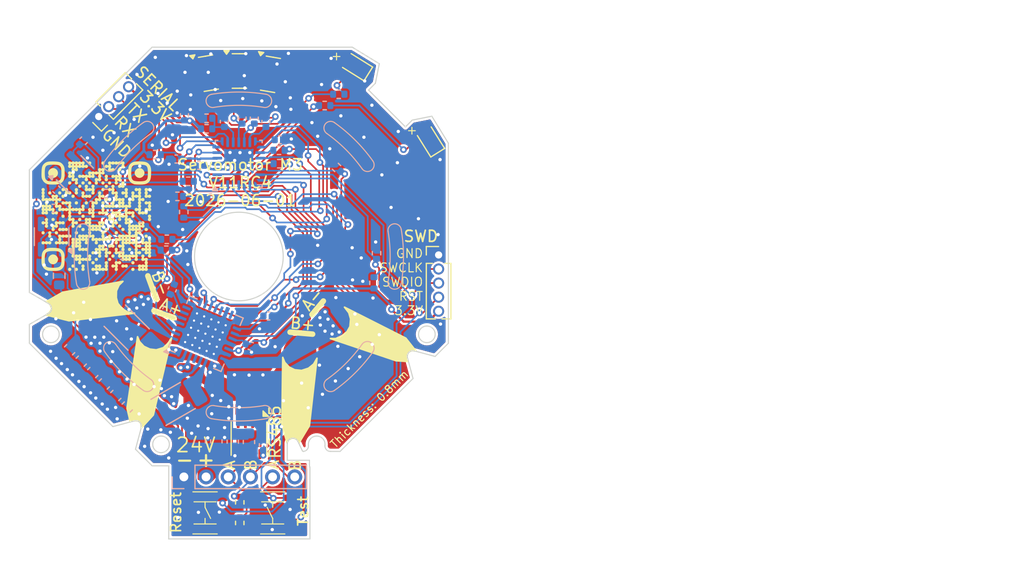
<source format=kicad_pcb>
(kicad_pcb (version 20240108) (generator "pcbnew") (generator_version "8.0")
  (title_block (title "Servo motor stepper M3") (date "2024-11-26") (rev "V11RC4"))
  (layers (0 "F.Cu" signal) (31 "B.Cu" signal) (34 "B.Paste" user) (35 "F.Paste" user) (36 "B.SilkS" user "B.Silkscreen") (37 "F.SilkS" user "F.Silkscreen") (38 "B.Mask" user) (39 "F.Mask" user) (44 "Edge.Cuts" user))
  (net 0 "")
  (net 1 "GND")
  (net 2 "/index/schTop/RS485_B")
  (net 3 "+24V")
  (net 4 "/index/schTop/RS485_A")
  (net 5 "+3.3V")
  (net 6 "/index/schTop/HALL1")
  (net 7 "/index/schTop/RESET")
  (net 8 "/index/schTop/HALL2")
  (net 9 "/index/schTop/HALL3")
  (net 10 "unconnected-(U1-VREF-Pad17)")
  (net 11 "Net-(U1-CP2)")
  (net 12 "/index/schTop/REF24")
  (net 13 "/index/schTop/TEMPERATURE")
  (net 14 "Net-(U1-CP1)")
  (net 15 "unconnected-(U1-VCP-Pad6)")
  (net 16 "/index/schTop/UART2 RX")
  (net 17 "/index/schTop/UART2 TX")
  (net 18 "/index/schTop/SWCLK")
  (net 19 "/index/schTop/SWDIO")
  (net 20 "unconnected-(U1-SENSE1-Pad23)")
  (net 21 "unconnected-(U1-SENSE2-Pad27)")
  (net 24 "/index/schTop/~{MENABLE}")
  (net 25 "/index/schTop/LED_GREEN")
  (net 26 "/index/schTop/LED_RED")
  (net 27 "/index/schTop/RS485_EN")
  (net 28 "/index/schTop/~{nFAULT}")
  (net 29 "/index/schTop/OVER_VOLTAGE")
  (net 30 "/index/schTop/IMCONTROL")
  (net 31 "/index/schTop/PWMOV")
  (net 32 "/index/schTop/B+")
  (net 33 "/index/schTop/STEP")
  (net 34 "/index/schTop/DIR")
  (net 35 "Net-(U3-V+)")
  (net 36 "/index/schTop/A+")
  (net 37 "/index/schTop/A-")
  (net 38 "/index/schTop/B-")
  (net 39 "/index/schTop/RS485_D")
  (net 40 "/index/schTop/RS485_R")
  (net 41 "unconnected-(D2-A-Pad2)")
  (net 42 "+5V")
  (net 44 "/index/schTop/MS1")
  (net 45 "Net-(U3--)")
  (net 46 "Net-(R8-Pad2)")
  (net 47 "/index/schTop/VIO")
  (net 48 "Net-(U3-+)")
  (net 50 "/index/schTop/MS2")
  (net 52 "Net-(U2-PB7)")
  (net 53 "Net-(D1-A)")
  (footprint "servo_motor:TS3735PA-250gf" (layer "F.Cu") (at 146.5 116.4 -90)
    (property "Reference" "SW2" (hide yes))
    (property "Value" "TS3735PA-250gf")
  )
  (footprint "servo_motor:Pad_3mm_TopOnly" (layer "F.Cu") (at 140.08 96.75)
    (property "Reference" "J8" (hide yes))
    (property "Value" "Conn_01x01_Socket" (hide yes))
  )
  (footprint "Package_TO_SOT_SMD:SOT-23" (layer "F.Cu") (at 149.6 76.5)
    (property "Reference" "U7" (hide yes))
    (property "Value" "AH49HSC")
  )
  (footprint "Package_TO_SOT_SMD:SOT-23" (layer "F.Cu") (at 146.8 76.7 9.6)
    (property "Reference" "U4" (hide yes))
    (property "Value" "AH49HSC")
  )
  (footprint "servo_motor:Pad_3mm_TopOnly" (layer "F.Cu") (at 141.95 100.07)
    (property "Reference" "J3" (hide yes))
    (property "Value" "Conn_01x01_Socket" (hide yes))
  )
  (footprint "Connector_PinHeader_1.27mm:PinHeader_1x05_P1.27mm_Vertical" (layer "F.Cu") (at 167.57 93.11)
    (property "Reference" "J2" (hide yes))
    (property "Value" "01x05 male P=1.27mm")
  )
  (footprint "LOGO" (layer "F.Cu") (at 136.706668 89.626667)
    (property "Reference" "G***" (hide yes))
    (property "Value" "LOGO" (hide yes))
  )
  (footprint "LED_SMD:LED_0603_1608Metric" (layer "F.Cu") (at 166.7 82.62 122)
    (property "Reference" "D2" (hide yes))
    (property "Value" "MHT192UGCT")
  )
  (footprint "Connector_PinHeader_1.27mm:PinHeader_1x04_P1.27mm_Vertical" (layer "F.Cu") (at 136.906497 80.613503 135)
    (property "Reference" "J1" (hide yes))
    (property "Value" "01x04 male P=1.27mm")
  )
  (footprint "Resistor_SMD:R_0402_1005Metric" (layer "F.Cu") (at 149.63 115.45 90)
    (property "Reference" "R2" (hide yes))
    (property "Value" "10k")
  )
  (footprint "Package_DFN_QFN:DFN-8-1EP_3x3mm_P0.65mm_EP1.5x2.25mm" (layer "F.Cu") (at 150.4625 109.697501 -90)
    (property "Reference" "U10" (hide yes))
    (property "Value" "SIT3088E")
  )
  (footprint "servo_motor:TS3735PA-250gf" (layer "F.Cu") (at 152.6 116.4 90)
    (property "Reference" "SW1" (hide yes))
    (property "Value" "TS3735PA-250gf")
  )
  (footprint "servo_motor:Pad_3mm_TopOnly" (layer "F.Cu") (at 158.03 99.06)
    (property "Reference" "J6" (hide yes))
    (property "Value" "Conn_01x01_Socket" (hide yes))
  )
  (footprint "Package_TO_SOT_SMD:SOT-23" (layer "F.Cu") (at 152.4 76.8 -9.6)
    (property "Reference" "U6" (hide yes))
    (property "Value" "AH49HSC")
  )
  (footprint "LED_SMD:LED_0603_1608Metric" (layer "F.Cu") (at 159.969056 75.979055 148)
    (property "Reference" "D1" (hide yes))
    (property "Value" "KT-0603R")
  )
  (footprint "Resistor_SMD:R_0402_1005Metric" (layer "F.Cu") (at 149.63 117.31 -90)
    (property "Reference" "R17" (hide yes))
    (property "Value" "10k")
  )
  (footprint "servo_motor:Pad_3mm_TopOnly" (layer "F.Cu") (at 155.05 101.93)
    (property "Reference" "J7" (hide yes))
    (property "Value" "Conn_01x01_Socket" (hide yes))
  )
  (footprint "Package_DFN_QFN:QFN-28_4x4mm_P0.5mm" (layer "B.Cu") (at 149.54 84.87)
    (property "Reference" "U2" (hide yes))
    (property "Value" "STM32G031G8Ux")
  )
  (footprint "Capacitor_SMD:C_0603_1608Metric" (layer "B.Cu") (at 139.48 106.84 -135)
    (property "Reference" "C7" (hide yes))
    (property "Value" "10uF")
  )
  (footprint "Package_TO_SOT_SMD:SOT-23-5" (layer "B.Cu") (at 132.66 91.46 90)
    (property "Reference" "U11" (hide yes))
    (property "Value" "ME6211C33M5")
  )
  (footprint "Capacitor_SMD:C_0603_1608Metric" (layer "B.Cu") (at 138.45 105.8 -135)
    (property "Reference" "C14" (hide yes))
    (property "Value" "10uF")
  )
  (footprint "Resistor_SMD:R_0402_1005Metric" (layer "B.Cu") (at 146.64 81.72 180)
    (property "Reference" "R29" (hide yes))
    (property "Value" "4.7k")
  )
  (footprint "Capacitor_SMD:C_0603_1608Metric" (layer "B.Cu") (at 149 109.97 -90)
    (property "Reference" "C16" (hide yes))
    (property "Value" "10uF")
  )
  (footprint "Resistor_SMD:R_0402_1005Metric" (layer "B.Cu") (at 161.97 92.95 -90)
    (property "Reference" "R4" (hide yes))
    (property "Value" "10k")
  )
  (footprint "Resistor_SMD:R_2010_5025Metric" (layer "B.Cu") (at 139.43 99.67 -45)
    (property "Reference" "R3" (hide yes))
    (property "Value" "150m")
  )
  (footprint "Resistor_SMD:R_0402_1005Metric" (layer "B.Cu") (at 144.01 87.82)
    (property "Reference" "R23" (hide yes))
    (property "Value" "10k")
  )
  (footprint "Resistor_SMD:R_0402_1005Metric" (layer "B.Cu") (at 144.58 89.23 -90)
    (property "Reference" "R9" (hide yes))
    (property "Value" "470R")
  )
  (footprint "Capacitor_SMD:C_0402_1005Metric" (layer "B.Cu") (at 150.62 101.33 -22.5)
    (property "Reference" "C1" (hide yes))
    (property "Value" "10nF" (hide yes))
  )
  (footprint "Resistor_SMD:R_0402_1005Metric" (layer "B.Cu") (at 144.98 86.46 180)
    (property "Reference" "R8" (hide yes))
    (property "Value" "1.5k")
  )
  (footprint "Resistor_SMD:R_0402_1005Metric" (layer "B.Cu") (at 157.29 79.62)
    (property "Reference" "R11" (hide yes))
    (property "Value" "470R")
  )
  (footprint "Capacitor_SMD:C_0402_1005Metric" (layer "B.Cu") (at 133.1 87.21 -45)
    (property "Reference" "C30" (hide yes))
    (property "Value" "100pF")
  )
  (footprint "Resistor_SMD:R_0402_1005Metric" (layer "B.Cu") (at 143 92.68 180)
    (property "Reference" "R6" (hide yes))
    (property "Value" "10k")
  )
  (footprint "Resistor_SMD:R_0402_1005Metric" (layer "B.Cu") (at 161.74 95.63 -90)
    (property "Reference" "R5" (hide yes))
    (property "Value" "10k")
  )
  (footprint "Capacitor_SMD:C_0402_1005Metric" (layer "B.Cu") (at 151.76 110.26 -90)
    (property "Reference" "C35" (hide yes))
    (property "Value" "10uF" (hide yes))
  )
  (footprint "Capacitor_SMD:C_0402_1005Metric" (layer "B.Cu") (at 132.81 88.9 180)
    (property "Reference" "C5" (hide yes))
    (property "Value" "10uF")
  )
  (footprint "Capacitor_SMD:C_0402_1005Metric" (layer "B.Cu") (at 136.24 88.62)
    (property "Reference" "C22" (hide yes))
    (property "Value" "10uF")
  )
  (footprint "Package_TO_SOT_SMD:SOT-23-5" (layer "B.Cu") (at 134.76 85.8 -45)
    (property "Reference" "U3" (hide yes))
    (property "Value" "LM321")
  )
  (footprint "Resistor_SMD:R_0402_1005Metric" (layer "B.Cu") (at 137.55 87.56)
    (property "Reference" "R7" (hide yes))
    (property "Value" "470R")
  )
  (footprint "Resistor_SMD:R_0402_1005Metric" (layer "B.Cu") (at 142 84.05 180)
    (property "Reference" "R15" (hide yes))
    (property "Value" "10k")
  )
  (footprint "Capacitor_SMD:C_0402_1005Metric" (layer "B.Cu") (at 135.54 82.79 45)
    (property "Reference" "C28" (hide yes))
    (property "Value" "1uF" (hide yes))
  )
  (footprint "Capacitor_SMD:C_0402_1005Metric" (layer "B.Cu") (at 148.24 81.07 90)
    (property "Reference" "C41" (hide yes))
    (property "Value" "100nF" (hide yes))
  )
  (footprint "Connector_PinSocket_2.00mm:PinSocket_1x06_P2.00mm_Vertical" (layer "B.Cu") (at 144.59 113.15 -90)
    (property "Reference" "J4" (hide yes))
    (property "Value" "Conn_01x06_Socket")
  )
  (footprint "Resistor_SMD:R_0603_1608Metric" (layer "B.Cu") (at 133.34 94.99 90)
    (property "Reference" "R27" (hide yes))
    (property "Value" "18k")
  )
  (footprint "Capacitor_SMD:C_0603_1608Metric" (layer "B.Cu") (at 150.46 110 -90)
    (property "Reference" "C12" (hide yes))
    (property "Value" "10uF")
  )
  (footprint "Capacitor_SMD:C_0402_1005Metric" (layer "B.Cu") (at 152.24 98.62)
    (property "Reference" "C6" (hide yes))
    (property "Value" "1uF")
  )
  (footprint "Resistor_SMD:R_0402_1005Metric" (layer "B.Cu") (at 158.359375 85.209375 -45)
    (property "Reference" "R13" (hide yes))
    (property "Value" "10k")
  )
  (footprint "Resistor_SMD:R_0402_1005Metric" (layer "B.Cu") (at 143.05 91.7 180)
    (property "Reference" "R24" (hide yes))
    (property "Value" "10k")
  )
  (footprint "Capacitor_SMD:C_0402_1005Metric" (layer "B.Cu") (at 149.84 80.77 90)
    (property "Reference" "C17" (hide yes))
    (property "Value" "1nF")
  )
  (footprint "Capacitor_SMD:C_0402_1005Metric" (layer "B.Cu") (at 144.64 80.47 90)
    (property "Reference" "C9" (hide yes))
    (property "Value" "10uF")
  )
  (footprint "Resistor_SMD:R_2010_5025Metric" (layer "B.Cu") (at 143.62 106.56 30)
    (property "Reference" "R1" (hide yes))
    (property "Value" "150m")
  )
  (footprint "Resistor_SMD:R_0402_1005Metric" (layer "B.Cu") (at 158.56 78.6)
    (property "Reference" "R12" (hide yes))
    (property "Value" "470R")
  )
  (footprint "Resistor_SMD:R_0402_1005Metric" (layer "B.Cu") (at 153.17 83.66)
    (property "Reference" "R22" (hide yes))
    (property "Value" "10k")
  )
  (footprint "Resistor_SMD:R_0402_1005Metric" (layer "B.Cu") (at 140.66 90.55 180)
    (property "Reference" "R26" (hide yes))
    (property "Value" "1.5k")
  )
  (footprint "Package_DFN_QFN:QFN-28-1EP_5x5mm_P0.5mm_EP3.75x3.75mm_ThermalVias" (layer "B.Cu") (at 146.53 100.22 -22.5)
    (property "Reference" "U1" (hide yes))
    (property "Value" "ATD5833")
  )
  (footprint "Capacitor_SMD:C_0402_1005Metric" (layer "B.Cu") (at 143.060162 98.00783 67.5)
    (property "Reference" "C2" (hide yes))
    (property "Value" "100nF" (hide yes))
  )
  (footprint "Capacitor_SMD:C_0402_1005Metric" (layer "B.Cu") (at 153.26 82.71)
    (property "Reference" "C36" (hide yes))
    (property "Value" "100nF" (hide yes))
  )
  (footprint "Capacitor_SMD:C_0603_1608Metric" (layer "B.Cu") (at 136.37 103.73 -135)
    (property "Reference" "C15" (hide yes))
    (property "Value" "10uF")
  )
  (footprint "Resistor_SMD:R_0402_1005Metric" (layer "B.Cu") (at 146.64 80.77 180)
    (property "Reference" "TH1" (hide yes))
    (property "Value" "100k 1% NTC")
  )
  (footprint "Capacitor_SMD:C_0603_1608Metric" (layer "B.Cu") (at 146.02 109.94 -90)
    (property "Reference" "C8" (hide yes))
    (property "Value" "10uF")
  )
  (footprint "Capacitor_SMD:C_0402_1005Metric" (layer "B.Cu") (at 146.98 87.96 180)
    (property "Reference" "C21" (hide yes))
    (property "Value" "100pF")
  )
  (footprint "Capacitor_SMD:C_0402_1005Metric" (layer "B.Cu") (at 138.96 93.15)
    (property "Reference" "C4" (hide yes))
    (property "Value" "4.7uF")
  )
  (footprint "Capacitor_SMD:C_0603_1608Metric" (layer "B.Cu") (at 147.52 109.94 -90)
    (property "Reference" "C13" (hide yes))
    (property "Value" "10uF")
  )
  (footprint "Capacitor_SMD:C_0402_1005Metric" (layer "B.Cu") (at 143.54 96.21 -112.5)
    (property "Reference" "C3" (hide yes))
    (property "Value" "100nF" (hide yes))
  )
  (footprint "Capacitor_SMD:C_0402_1005Metric" (layer "B.Cu") (at 150.94 80.77 90)
    (property "Reference" "C20" (hide yes))
    (property "Value" "1nF" (hide yes))
  )
  (footprint "Capacitor_SMD:C_0402_1005Metric" (layer "B.Cu") (at 145.94 85.02 180)
    (property "Reference" "C37" (hide yes))
    (property "Value" "100nF" (hide yes))
  )
  (footprint "Capacitor_SMD:C_0603_1608Metric" (layer "B.Cu") (at 135.33 102.7 -135)
    (property "Reference" "C10" (hide yes))
    (property "Value" "10uF")
  )
  (footprint "Capacitor_SMD:C_0603_1608Metric" (layer "B.Cu") (at 134.28 101.67 -135)
    (property "Reference" "C11" (hide yes))
    (property "Value" "10uF")
  )
  (footprint "Capacitor_SMD:C_0402_1005Metric" (layer "B.Cu") (at 151.99 81.07 90)
    (property "Reference" "C23" (hide yes))
    (property "Value" "1nF")
  )
  (footprint "Capacitor_SMD:C_0603_1608Metric" (layer "B.Cu") (at 137.41 104.76 -135)
    (property "Reference" "C19" (hide yes))
    (property "Value" "10uF")
  )
  (footprint "Resistor_SMD:R_0402_1005Metric" (layer "B.Cu") (at 153.19 84.87)
    (property "Reference" "R25" (hide yes))
    (property "Value" "10k")
  )
  (footprint "Capacitor_SMD:C_0402_1005Metric" (layer "B.Cu") (at 143.9 84.45 180)
    (property "Reference" "C18" (hide yes))
    (property "Value" "100nF" (hide yes))
  )
  (gr_arc (start 141.623335 104.362643) (mid 141.763365 105.199522) (end 140.926491 105.339582) (stroke (width 0.1)) (layer "B.SilkS"))
  (gr_arc (start 138.437253 85.323371) (mid 139.897916 83.597952) (end 141.623335 82.13729) (stroke (width 0.1)) (layer "B.SilkS"))
  (gr_arc (start 161.639545 101.873405) (mid 160.050467 103.750503) (end 158.173369 105.339582) (stroke (width 0.1)) (layer "B.SilkS"))
  (gr_arc (start 140.926491 105.339582) (mid 139.049394 103.750502) (end 137.460314 101.873405) (stroke (width 0.1)) (layer "B.SilkS"))
  (gr_arc (start 134.903589 90.799009) (mid 135.594402 90.306191) (end 136.087131 90.997067) (stroke (width 0.1)) (layer "B.SilkS"))
  (gr_arc (start 137.460314 84.626528) (mid 139.049404 82.749441) (end 140.926491 81.160351) (stroke (width 0.1)) (layer "B.SilkS"))
  (gr_arc (start 158.173369 81.160351) (mid 160.050459 82.749438) (end 161.639545 84.626528) (stroke (width 0.1)) (layer "B.SilkS"))
  (gr_arc (start 163.012728 90.997067) (mid 163.505463 90.306224) (end 164.196271 90.799009) (stroke (width 0.1)) (layer "B.SilkS"))
  (gr_arc (start 147.29703 79.787168) (mid 149.54993 79.599966) (end 151.80283 79.787168) (stroke (width 0.1)) (layer "B.SilkS"))
  (gr_arc (start 160.662607 101.176562) (mid 159.201932 102.901968) (end 157.476525 104.362643) (stroke (width 0.1)) (layer "B.SilkS"))
  (gr_arc (start 158.173369 105.339582) (mid 157.336441 105.199561) (end 157.476525 104.362643) (stroke (width 0.1)) (layer "B.SilkS"))
  (gr_arc (start 151.80283 106.712765) (mid 149.54993 106.899966) (end 147.29703 106.712765) (stroke (width 0.1)) (layer "B.SilkS"))
  (gr_arc (start 136.087131 95.502866) (mid 135.594384 96.193639) (end 134.903589 95.700923) (stroke (width 0.1)) (layer "B.SilkS"))
  (gr_arc (start 152.000887 107.896308) (mid 149.54993 108.099966) (end 147.098973 107.896308) (stroke (width 0.1)) (layer "B.SilkS"))
  (gr_arc (start 152.000887 78.603625) (mid 152.493668 79.294432) (end 151.80283 79.787168) (stroke (width 0.1)) (layer "B.SilkS"))
  (gr_arc (start 157.476525 82.13729) (mid 159.201937 83.597959) (end 160.662607 85.323371) (stroke (width 0.1)) (layer "B.SilkS"))
  (gr_arc (start 147.098973 78.603625) (mid 149.54993 78.399966) (end 152.000887 78.603625) (stroke (width 0.1)) (layer "B.SilkS"))
  (gr_arc (start 140.926491 81.160351) (mid 141.763365 81.300412) (end 141.623335 82.13729) (stroke (width 0.1)) (layer "B.SilkS"))
  (gr_arc (start 157.476525 82.13729) (mid 157.336445 81.300375) (end 158.173369 81.160351) (stroke (width 0.1)) (layer "B.SilkS"))
  (gr_arc (start 134.903589 95.700923) (mid 134.699936 93.249966) (end 134.903589 90.799009) (stroke (width 0.1)) (layer "B.SilkS"))
  (gr_arc (start 151.80283 106.712765) (mid 152.493648 107.205505) (end 152.000887 107.896308) (stroke (width 0.1)) (layer "B.SilkS"))
  (gr_arc (start 163.012728 90.997067) (mid 163.199941 93.249966) (end 163.012728 95.502866) (stroke (width 0.1)) (layer "B.SilkS"))
  (gr_arc (start 137.460314 101.873405) (mid 137.600373 101.03653) (end 138.437253 101.176562) (stroke (width 0.1)) (layer "B.SilkS"))
  (gr_arc (start 164.196271 95.700923) (mid 163.505468 96.193675) (end 163.012728 95.502866) (stroke (width 0.1)) (layer "B.SilkS"))
  (gr_arc (start 161.639545 84.626528) (mid 161.499535 85.463471) (end 160.662607 85.323371) (stroke (width 0.1)) (layer "B.SilkS"))
  (gr_arc (start 160.662607 101.176562) (mid 161.499514 101.03649) (end 161.639545 101.873405) (stroke (width 0.1)) (layer "B.SilkS"))
  (gr_arc (start 164.196271 90.799009) (mid 164.399936 93.249966) (end 164.196271 95.700923) (stroke (width 0.1)) (layer "B.SilkS"))
  (gr_arc (start 147.29703 79.787168) (mid 146.606231 79.294425) (end 147.098973 78.603625) (stroke (width 0.1)) (layer "B.SilkS"))
  (gr_arc (start 136.087131 95.502866) (mid 135.899937 93.249966) (end 136.087131 90.997067) (stroke (width 0.1)) (layer "B.SilkS"))
  (gr_arc (start 138.437253 85.323371) (mid 137.600383 85.46339) (end 137.460314 84.626528) (stroke (width 0.1)) (layer "B.SilkS"))
  (gr_arc (start 147.098973 107.896308) (mid 146.606187 107.2055) (end 147.29703 106.712765) (stroke (width 0.1)) (layer "B.SilkS"))
  (gr_arc (start 141.623335 104.362643) (mid 139.897915 102.901982) (end 138.437253 101.176562) (stroke (width 0.1)) (layer "B.SilkS"))
  (gr_poly (pts (xy 164.804344 102.727523) (xy 164.71 102.27) (xy 164.815053 101.925053) (xy 165.12 101.74) (xy 165.507532 101.76) (xy 164.608353 100.623101) (xy 159.08 97.826697) (xy 159.47 98.330929) (xy 159.63 98.890508) (xy 159.57 99.576806) (xy 159.31 100.035421) (xy 158.831448 100.466191) (xy 158.294582 100.664788) (xy 157.810745 100.66079) (xy 163.73 102.66)) (stroke (width 0.15)) (fill solid) (layer "F.SilkS"))
  (gr_line (start 156.148256 98.489872) (end 157.171743 97.270128) (stroke (width 0.5)) (layer "F.SilkS"))
  (gr_poly (pts (xy 132.15 97.34) (xy 132.5 97.535149) (xy 132.68 97.98) (xy 132.470476 98.300476) (xy 132.162262 98.53) (xy 134.22 99.05) (xy 140.13 98.37) (xy 139.49 98.25) (xy 139.025443 97.968312) (xy 138.633441 97.480433) (xy 138.491039 96.974255) (xy 138.502311 96.353782) (xy 138.741502 95.833732) (xy 139.086453 95.494434) (xy 133.65 96.48)) (stroke (width 0.15)) (fill solid) (layer "F.SilkS"))
  (gr_line (start 141.888034 98.145351) (end 143.671965 98.794649) (stroke (width 0.5)) (layer "F.SilkS"))
  (gr_poly (pts (xy 139.75 108.16) (xy 140.094547 108.064547) (xy 140.49 108.09) (xy 140.72 108.33) (xy 140.740695 108.746231) (xy 141.83 107.56) (xy 143.472142 100.61) (xy 143.193299 101.093299) (xy 142.744828 101.484828) (xy 142.1 101.68) (xy 141.51 101.61) (xy 140.981071 101.362141) (xy 140.592142 100.942142) (xy 140.410679 100.493604) (xy 139.46 106.95)) (stroke (width 0.15)) (fill solid) (layer "F.SilkS"))
  (gr_line (start 154.167763 100.082202) (end 156.2 100.26) (stroke (width 0.5)) (layer "F.SilkS"))
  (gr_poly (pts (xy 153.894058 110.064058) (xy 154.047366 109.78083) (xy 154.42 109.62) (xy 154.77 109.75) (xy 154.99 110.06) (xy 155.91 108.53) (xy 156.597341 102.437341) (xy 156.295918 102.965918) (xy 155.83 103.34) (xy 155.21 103.54) (xy 154.58 103.477858) (xy 154.078929 103.23) (xy 153.69 102.81) (xy 153.508537 102.361463) (xy 153.43 108.42)) (stroke (width 0.15)) (fill solid) (layer "F.SilkS"))
  (gr_line (start 141.336937 94.997544) (end 142.103062 97.102455) (stroke (width 0.5)) (layer "F.SilkS"))
  (gr_line (start 141.721364 74.35) (end 130.65 85.421364) (stroke (width 0.1)) (layer "Edge.Cuts"))
  (gr_arc (start 140.117758 108.09116) (mid 140.615466 108.215712) (end 140.741429 108.713065) (stroke (width 0.1)) (layer "Edge.Cuts"))
  (gr_arc (start 154.42 109.65) (mid 154.693669 109.731535) (end 154.878068 109.949572) (stroke (width 0.1)) (layer "Edge.Cuts"))
  (gr_line (start 168.45 83.02) (end 166.955654 80.581449) (stroke (width 0.1)) (layer "Edge.Cuts"))
  (gr_line (start 143.221421 112.15) (end 143.221421 118.75) (stroke (width 0.1)) (layer "Edge.Cuts"))
  (gr_line (start 165.38766 101.775533) (end 167.253227 102.275409) (stroke (width 0.1)) (layer "Edge.Cuts"))
  (gr_line (start 167.253227 102.275409) (end 168.45 101.078636) (stroke (width 0.1)) (layer "Edge.Cuts"))
  (gr_arc (start 155.826003 110.294541) (mid 155.716578 110.665959) (end 155.374788 110.847902) (stroke (width 0.1)) (layer "Edge.Cuts"))
  (gr_line (start 158.678636 110.85) (end 157.813728 110.85) (stroke (width 0.1)) (layer "Edge.Cuts"))
  (gr_arc (start 153.92 110.149853) (mid 154.066451 109.796325) (end 154.42 109.65) (stroke (width 0.1)) (layer "Edge.Cuts"))
  (gr_line (start 130.65 99.38172) (end 130.65 101.078636) (stroke (width 0.1)) (layer "Edge.Cuts"))
  (gr_arc (start 157.813728 110.85) (mid 157.441065 110.683374) (end 157.316749 110.294541) (stroke (width 0.1)) (layer "Edge.Cuts"))
  (gr_line (start 164.762164 102.398275) (end 165.262623 104.266014) (stroke (width 0.1)) (layer "Edge.Cuts"))
  (gr_arc (start 155.374788 110.847902) (mid 155.31688 110.835517) (end 155.276035 110.792662) (stroke (width 0.1)) (layer "Edge.Cuts"))
  (gr_circle (center 132.590768 100.276502) (end 133.340768 100.276502) (stroke (width 0.1)) (fill none) (layer "Edge.Cuts"))
  (gr_line (start 155.961421 112.25) (end 155.961421 118.75) (stroke (width 0.1)) (layer "Edge.Cuts"))
  (gr_line (start 141.721364 112.15) (end 143.221421 112.15) (stroke (width 0.1)) (layer "Edge.Cuts"))
  (gr_line (start 159.78 74.35) (end 162.218551 75.844346) (stroke (width 0.1)) (layer "Edge.Cuts"))
  (gr_line (start 154.878068 109.949572) (end 155.276035 110.792662) (stroke (width 0.1)) (layer "Edge.Cuts"))
  (gr_line (start 168.45 101.078636) (end 168.45 83.02) (stroke (width 0.1)) (layer "Edge.Cuts"))
  (gr_line (start 155.92 111.65) (end 155.92 112.25) (stroke (width 0.1)) (layer "Edge.Cuts"))
  (gr_arc (start 164.762164 102.398275) (mid 164.88801 101.899175) (end 165.38766 101.775533) (stroke (width 0.1)) (layer "Edge.Cuts"))
  (gr_arc (start 155.826003 110.294541) (mid 156.571376 109.461359) (end 157.316749 110.294541) (stroke (width 0.1)) (layer "Edge.Cuts"))
  (gr_line (start 153.92 110.149853) (end 153.92 111.65) (stroke (width 0.1)) (layer "Edge.Cuts"))
  (gr_circle (center 142.528624 110.211359) (end 143.278624 110.211359) (stroke (width 0.1)) (fill none) (layer "Edge.Cuts"))
  (gr_line (start 165.190609 80.93446) (end 164.576853 81.548217) (stroke (width 0.1)) (layer "Edge.Cuts"))
  (gr_line (start 153.92 111.65) (end 155.92 111.65) (stroke (width 0.1)) (layer "Edge.Cuts"))
  (gr_circle (center 166.509232 100.276502) (end 167.259232 100.276502) (stroke (width 0.1)) (fill none) (layer "Edge.Cuts"))
  (gr_line (start 130.65 85.421364) (end 130.65 96.495553) (stroke (width 0.1)) (layer "Edge.Cuts"))
  (gr_line (start 162.218551 75.844346) (end 161.86554 77.609391) (stroke (width 0.1)) (layer "Edge.Cuts"))
  (gr_arc (start 132.38613 97.497908) (mid 132.650028 97.939112) (end 132.38532 98.379831) (stroke (width 0.1)) (layer "Edge.Cuts"))
  (gr_line (start 130.65 101.078636) (end 138.181376 108.610012) (stroke (width 0.1)) (layer "Edge.Cuts"))
  (gr_line (start 166.955654 80.581449) (end 165.190609 80.93446) (stroke (width 0.1)) (layer "Edge.Cuts"))
  (gr_line (start 132.38532 98.379831) (end 130.65 99.38172) (stroke (width 0.1)) (layer "Edge.Cuts"))
  (gr_line (start 158.678636 110.85) (end 165.262623 104.266014) (stroke (width 0.1)) (layer "Edge.Cuts"))
  (gr_line (start 132.38613 97.497908) (end 130.65 96.495553) (stroke (width 0.1)) (layer "Edge.Cuts"))
  (gr_line (start 161.251783 78.223147) (end 164.576853 81.548217) (stroke (width 0.1)) (layer "Edge.Cuts"))
  (gr_line (start 140.741429 108.713065) (end 140.222203 110.65084) (stroke (width 0.1)) (layer "Edge.Cuts"))
  (gr_circle (center 149.55 93.25) (end 153.55 93.25) (stroke (width 0.1)) (fill none) (layer "Edge.Cuts"))
  (gr_line (start 161.86554 77.609391) (end 161.251783 78.223147) (stroke (width 0.1)) (layer "Edge.Cuts"))
  (gr_line (start 141.721364 74.35) (end 159.78 74.35) (stroke (width 0.1)) (layer "Edge.Cuts"))
  (gr_line (start 140.222203 110.65084) (end 141.721364 112.15) (stroke (width 0.1)) (layer "Edge.Cuts"))
  (gr_line (start 140.117758 108.09116) (end 138.181376 108.610012) (stroke (width 0.1)) (layer "Edge.Cuts"))
  (gr_line (start 143.221421 118.75) (end 155.961421 118.75) (stroke (width 0.1)) (layer "Edge.Cuts"))
  (gr_line (start 155.92 112.25) (end 155.961421 112.25) (stroke (width 0.1)) (layer "Edge.Cuts"))
  (gr_text "+" (at 145.65 112.34 0) (layer "F.SilkS") (effects (font (size 1.3 1.3) (thickness 0.2)) (justify left bottom)))
  (gr_text "Reset" (at 144.41 118.31 90) (layer "F.SilkS") (effects (font (size 0.9 0.9)) (justify left bottom)))
  (gr_text "+" (at 164.6 82.3 0) (layer "F.SilkS") (effects (font (size 0.8 0.8) (thickness 0.1)) (justify left bottom)))
  (gr_text "3.3V\nTX\nRX\nGND" (at 136.96 82.31 -45) (layer "F.SilkS") (effects (font (size 1 1)) (justify left bottom)))
  (gr_text "B" (at 151.22 112.66 90) (layer "F.SilkS") (effects (font (size 1 1)) (justify left bottom)))
  (gr_text "Servomotor M3\n${REVISION}\n${CURRENT_DATE}" (at 149.67 88.77 0) (layer "F.SilkS") (effects (font (size 1 1)) (justify bottom)))
  (gr_text "RS485" (at 153.4 111.6 90) (layer "F.SilkS") (effects (font (size 1 1)) (justify left bottom)))
  (gr_text "SWD" (at 164.32 92.01 0) (layer "F.SilkS") (effects (font (size 1 1)) (justify left bottom)))
  (gr_text "-" (at 143.72 112.35 0) (layer "F.SilkS") (effects (font (size 1.3 1.3) (thickness 0.2)) (justify left bottom)))
  (gr_text "B" (at 155.21 112.71 90) (layer "F.SilkS") (effects (font (size 1 1)) (justify left bottom)))
  (gr_text "Thickness: 0.8mm" (at 158.23 110.69 45) (layer "F.SilkS") (effects (font (size 0.7 0.7) (thickness 0.1)) (justify left bottom)))
  (gr_text "Test" (at 155.87 117.68 90) (layer "F.SilkS") (effects (font (size 0.9 0.9)) (justify left bottom)))
  (gr_text "+" (at 157.8 75.6 0) (layer "F.SilkS") (effects (font (size 0.8 0.8) (thickness 0.1)) (justify left bottom)))
  (gr_text "A+" (at 142.19 97.98 340) (layer "F.SilkS") (effects (font (size 1 1)) (justify left bottom)))
  (gr_text "GND\nSWCLK\nSWDIO\nRST\n3.3V" (at 166.23 98.6 0) (layer "F.SilkS") (effects (font (size 0.8 0.8) (thickness 0.1)) (justify right bottom)))
  (gr_text "24V" (at 143.77 111.03 0) (layer "F.SilkS") (effects (font (size 1.3 1.3)) (justify left bottom)))
  (gr_text "B-" (at 141.54 94.73 290) (layer "F.SilkS") (effects (font (size 1 1)) (justify left bottom)))
  (gr_text "SERIAL" (at 139.974557 76.65 -45) (layer "F.SilkS") (effects (font (size 1 1)) (justify left bottom)))
  (gr_text "A" (at 149.28 112.61 90) (layer "F.SilkS") (effects (font (size 1 1)) (justify left bottom)))
  (gr_text "B+" (at 154.04 99.81 355) (layer "F.SilkS") (effects (font (size 1 1)) (justify left bottom)))
  (gr_text "A-" (at 155.89 98.38 50) (layer "F.SilkS") (effects (font (size 1 1)) (justify left bottom)))
  (gr_text "A" (at 153.24 112.58 90) (layer "F.SilkS") (effects (font (size 1 1)) (justify left bottom)))
  (segment (start 151.79 76.72) (end 153.158025 76.72) (width 0.2) (layer "F.Cu") (net 1))
  (segment (start 151.49 76.42) (end 151.79 76.72) (width 0.2) (layer "F.Cu") (net 1))
  (segment (start 151.075 117.75) (end 151.195 117.63) (width 0.15) (layer "F.Cu") (net 1))
  (segment (start 148.29 76.42) (end 151.49 76.42) (width 0.2) (layer "F.Cu") (net 1))
  (segment (start 150.994999 117.830001) (end 151.075 117.75) (width 0.2) (layer "F.Cu") (net 1))
  (segment (start 154.005 117.63) (end 154.125 117.75) (width 0.15) (layer "F.Cu") (net 1))
  (via (at 154.02 74.91) (size 0.6) (drill 0.3) (layers "F.Cu" "B.Cu") (net 1))
  (via (at 132.68 90.42) (size 0.6) (drill 0.3) (layers "F.Cu" "B.Cu") (net 1))
  (via (at 160.9 77.4) (size 0.6) (drill 0.3) (layers "F.Cu" "B.Cu") (net 1))
  (via (at 159.41 103.37) (size 0.6) (drill 0.3) (layers "F.Cu" "B.Cu") (net 1))
  (via (at 146.12 88.3) (size 0.6) (drill 0.3) (layers "F.Cu" "B.Cu") (net 1))
  (via (at 154.19 78.92) (size 0.6) (drill 0.3) (layers "F.Cu" "B.Cu") (net 1))
  (via (at 162.45 85.88) (size 0.6) (drill 0.3) (layers "F.Cu" "B.Cu") (net 1))
  (via (at 150.42 85.03) (size 0.6) (drill 0.3) (layers "F.Cu" "B.Cu") (net 1))
  (via (at 138.52 99.06) (size 0.6) (drill 0.3) (layers "F.Cu" "B.Cu") (net 1))
  (via (at 137.69 107.04) (size 0.6) (drill 0.3) (layers "F.Cu" "B.Cu") (net 1))
  (via (at 143.976917 80.283083) (size 0.6) (drill 0.3) (layers "F.Cu" "B.Cu") (net 1))
  (via (at 163.93 81.96) (size 0.6) (drill 0.3) (layers "F.Cu" "B.Cu") (net 1))
  (via (at 150.69 101.89) (size 0.6) (drill 0.3) (layers "F.Cu" "B.Cu") (net 1))
  (via (at 138.43 106.88) (size 0.6) (drill 0.3) (layers "F.Cu" "B.Cu") (net 1))
  (via (at 147.91 79.17) (size 0.6) (drill 0.3) (layers "F.Cu" "B.Cu") (net 1))
  (via (at 137.26 88.68) (size 0.6) (drill 0.3) (layers "F.Cu" "B.Cu") (net 1))
  (via (at 149.17 84.58) (size 0.6) (drill 0.3) (layers "F.Cu" "B.Cu") (net 1))
  (via (at 149.65 83.87) (size 0.6) (drill 0.3) (layers "F.Cu" "B.Cu") (net 1))
  (via (at 137.02 101.08) (size 0.6) (drill 0.3) (layers "F.Cu" "B.Cu") (net 1))
  (via (at 134.61 85.62) (size 0.6) (drill 0.3) (layers "F.Cu" "B.Cu") (net 1))
  (via (at 143.081917 79.388083) (size 0.6) (drill 0.3) (layers "F.Cu" "B.Cu") (net 1))
  (via (at 139.85 100.7) (size 0.6) (drill 0.3) (layers "F.Cu" "B.Cu") (net 1))
  (via (at 150.17 74.936) (size 0.6) (drill 0.3) (layers "F.Cu" "B.Cu") (net 1))
  (via (at 139.89 92.92) (size 0.6) (drill 0.3) (layers "F.Cu" "B.Cu") (net 1))
  (via (at 160.191 99.38) (size 0.6) (drill 0.3) (layers "F.Cu" "B.Cu") (net 1))
  (via (at 143.17 88.28) (size 0.6) (drill 0.3) (layers "F.Cu" "B.Cu") (net 1))
  (via (at 155.27 98.61) (size 0.6) (drill 0.3) (layers "F.Cu" "B.Cu") (net 1))
  (via (at 139.43 99.78) (size 0.6) (drill 0.3) (layers "F.Cu" "B.Cu") (net 1))
  (via (at 141.74 83.2) (size 0.6) (drill 0.3) (layers "F.Cu" "B.Cu") (net 1))
  (via (at 137.86 101.05) (size 0.6) (drill 0.3) (layers "F.Cu" "B.Cu") (net 1))
  (via (at 138.536603 88.670558) (size 0.6) (drill 0.3) (layers "F.Cu" "B.Cu") (net 1))
  (via (at 145.21 78.66) (size 0.6) (drill 0.3) (layers "F.Cu" "B.Cu") (net 1))
  (via (at 138.17 101.84) (size 0.6) (drill 0.3) (layers "F.Cu" "B.Cu") (net 1))
  (via (at 139.714 88.06271) (size 0.6) (drill 0.3) (layers "F.Cu" "B.Cu") (net 1))
  (via (at 137.22 106.57) (size 0.6) (drill 0.3) (layers "F.Cu" "B.Cu") (net 1))
  (via (at 163.85 84.78) (size 0.6) (drill 0.3) (layers "F.Cu" "B.Cu") (net 1))
  (via (at 136.22 101.09) (size 0.6) (drill 0.3) (layers "F.Cu" "B.Cu") (net 1))
  (via (at 158.300229 96.959771) (size 0.6) (drill 0.3) (layers "F.Cu" "B.Cu") (net 1))
  (via (at 142.28 94.72) (size 0.6) (drill 0.3) (layers "F.Cu" "B.Cu") (net 1))
  (via (at 135.59 105) (size 0.6) (drill 0.3) (layers "F.Cu" "B.Cu") (net 1))
  (via (at 135.76 100.53) (size 0.6) (drill 0.3) (layers "F.Cu" "B.Cu") (net 1))
  (via (at 136.55 100.54) (size 0.6) (drill 0.3) (layers "F.Cu" "B.Cu") (net 1))
  (via (at 161.65 97) (size 0.6) (drill 0.3) (layers "F.Cu" "B.Cu") (net 1))
  (via (at 158.26 104.49) (size 0.6) (drill 0.3) (layers "F.Cu" "B.Cu") (net 1))
  (via (at 148.75 83.86) (size 0.6) (drill 0.3) (layers "F.Cu" "B.Cu") (net 1))
  (via (at 132.64 91.71) (size 0.6) (drill 0.3) (layers "F.Cu" "B.Cu") (net 1))
  (via (at 158.75 80.55) (size 0.6) (drill 0.3) (layers "F.Cu" "B.Cu") (net 1))
  (via (at 142.279771 90.550229) (size 0.6) (drill 0.3) (layers "F.Cu" "B.Cu") (net 1))
  (via (at 141.19 89.16) (size 0.6) (drill 0.3) (layers "F.Cu" "B.Cu") (net 1))
  (via (at 156.66 92.24) (size 0.6) (drill 0.3) (layers "F.Cu" "B.Cu") (net 1))
  (via (at 157.87 75.36) (size 0.6) (drill 0.3) (layers "F.Cu" "B.Cu") (net 1))
  (via (at 163.28 88.82) (size 0.6) (drill 0.3) (layers "F.Cu" "B.Cu") (net 1))
  (via (at 145.9 116.35) (size 0.6) (drill 0.3) (layers "F.Cu" "B.Cu") (net 1))
  (via (at 167.74 99.35) (size 0.6) (drill 0.3) (layers "F.Cu" "B.Cu") (net 1))
  (via (at 150.09 78.04) (size 0.6) (drill 0.3) (layers "F.Cu" "B.Cu") (net 1))
  (via (at 137.28 83.66) (size 0.6) (drill 0.3) (layers "F.Cu" "B.Cu") (net 1))
  (via (at 150.54 83.87) (size 0.6) (drill 0.3) (layers "F.Cu" "B.Cu") (net 1))
  (via (at 143.25 84.92) (size 0.6) (drill 0.3) (layers "F.Cu" "B.Cu") (net 1))
  (via (at 144.94 85.17) (size 0.6) (drill 0.3) (layers "F.Cu" "B.Cu") (net 1))
  (via (at 136.16 98.931) (size 0.6) (drill 0.3) (layers "F.Cu" "B.Cu") (net 1))
  (via (at 141.47 91.56) (size 0.6) (drill 0.3) (layers "F.Cu" "B.Cu") (net 1))
  (via (at 152.82 101.39) (size 0.6) (drill 0.3) (layers "F.Cu" "B.Cu") (net 1))
  (via (at 144.48 90.81) (size 0.6) (drill 0.3) (layers "F.Cu" "B.Cu") (net 1))
  (via (at 156.66 82.39) (size 0.6) (drill 0.3) (layers "F.Cu" "B.Cu") (net 1))
  (via (at 152.56 117.91) (size 0.6) (drill 0.3) (layers "F.Cu" "B.Cu") (net 1))
  (via (at 161.58 101.19) (size 0.6) (drill 0.3) (layers "F.Cu" "B.Cu") (net 1))
  (via (at 153.57 106.27) (size 0.6) (drill 0.3) (layers "F.Cu" "B.Cu") (net 1))
  (via (at 144.82 75.11) (size 0.6) (drill 0.3) (layers "F.Cu" "B.Cu") (net 1))
  (via (at 156.82 103.06) (size 0.6) (drill 0.3) (layers "F.Cu" "B.Cu") (net 1))
  (via (at 149.19 111.24) (size 0.6) (drill 0.3) (layers "F.Cu" "B.Cu") (net 1))
  (via (at 142.25 78.53) (size 0.6) (drill 0.3) (layers "F.Cu" "B.Cu") (net 1))
  (via (at 133.55 102.92) (size 0.6) (drill 0.3) (layers "F.Cu" "B.Cu") (net 1))
  (via (at 159.769 92.46) (size 0.6) (drill 0.3) (layers "F.Cu" "B.Cu") (net 1))
  (via (at 145.17 79.98) (size 0.6) (drill 0.3) (layers "F.Cu" "B.Cu") (net 1))
  (via (at 151.41 99.78) (size 0.6) (drill 0.3) (layers "F.Cu" "B.Cu") (net 1))
  (via (at 132.25 88.34) (size 0.6) (drill 0.3) (layers "F.Cu" "B.Cu") (net 1))
  (via (at 155.21 104.68) (size 0.6) (drill 0.3) (layers "F.Cu" "B.Cu") (net 1))
  (via (at 140.61 85.09) (size 0.6) (drill 0.3) (layers "F.Cu" "B.Cu") (net 1))
  (via (at 141.05 110.39) (size 0.6) (drill 0.3) (layers "F.Cu" "B.Cu") (net 1))
  (via (at 167.52 91.27) (size 0.6) (drill 0.3) (layers "F.Cu" "B.Cu") (net 1))
  (via (at 157.75 83.52) (size 0.6) (drill 0.3) (layers "F.Cu" "B.Cu") (net 1))
  (via (at 140.55 107.46) (size 0.6) (drill 0.3) (layers "F.Cu" "B.Cu") (net 1))
  (via (at 134.07 103.46) (size 0.6) (drill 0.3) (layers "F.Cu" "B.Cu") (net 1))
  (via (at 157.09 105.69) (size 0.6) (drill 0.3) (layers "F.Cu" "B.Cu") (net 1))
  (via (at 151.62 79.2) (size 0.6) (drill 0.3) (layers "F.Cu" "B.Cu") (net 1))
  (via (at 144.95 93.97) (size 0.6) (drill 0.3) (layers "F.Cu" "B.Cu") (net 1))
  (via (at 133.91 87.72) (size 0.6) (drill 0.3) (layers "F.Cu" "B.Cu") (net 1))
  (via (at 141.55 87.24) (size 0.6) (drill 0.3) (layers "F.Cu" "B.Cu") (net 1))
  (via (at 140.1 104.8) (size 0.6) (drill 0.3) (layers "F.Cu" "B.Cu") (net 1))
  (via (at 143.99 78.32) (size 0.6) (drill 0.3) (layers "F.Cu" "B.Cu") (net 1))
  (via (at 158.48 101.36) (size 0.6) (drill 0.3) (layers "F.Cu" "B.Cu") (net 1))
  (via (at 141.33 108.83) (size 0.6) (drill 0.3) (layers "F.Cu" "B.Cu") (net 1))
  (via (at 161.55 79.59) (size 0.6) (drill 0.3) (layers "F.Cu" "B.Cu") (net 1))
  (via (at 161.89 91.94) (size 0.6) (drill 0.3) (layers "F.Cu" "B.Cu") (net 1))
  (via (at 154.24 79.96) (size 0.6) (drill 0.3) (layers "F.Cu" "B.Cu") (net 1))
  (via (at 149.9 78.99) (size 0.6) (drill 0.3) (layers "F.Cu" "B.Cu") (net 1))
  (via (at 138.02 102.73) (size 0.6) (drill 0.3) (layers "F.Cu" "B.Cu") (net 1))
  (via (at 136.39 82.48) (size 0.6) (drill 0.3) (layers "F.Cu" "B.Cu") (net 1))
  (via (at 167.7 84.5) (size 0.6) (drill 0.3) (layers "F.Cu" "B.Cu") (net 1))
  (via (at 160.45 102.3) (size 0.6) (drill 0.3) (layers "F.Cu" "B.Cu") (net 1))
  (via (at 135.12 104.53) (size 0.6) (drill 0.3) (layers "F.Cu" "B.Cu") (net 1))
  (via (at 144.06 116.81) (size 0.6) (drill 0.3) (layers "F.Cu" "B.Cu") (net 1))
  (via (at 134.54 103.93) (size 0.6) (drill 0.3) (layers "F.Cu" "B.Cu") (net 1))
  (via (at 143.37 109.12) (size 0.6) (drill 0.3) (layers "F.Cu" "B.Cu") (net 1))
  (via (at 137.36 100.53) (size 0.6) (drill 0.3) (layers "F.Cu" "B.Cu") (net 1))
  (via (at 133.06 102.44) (size 0.6) (drill 0.3) (layers "F.Cu" "B.Cu") (net 1))
  (via (at 139.46 104.32) (size 0.6) (drill 0.3) (layers "F.Cu" "B.Cu") (net 1))
  (via (at 131.98 94.02) (size 0.6) (drill 0.3) (layers "F.Cu" "B.Cu") (net 1))
  (via (at 155.809771 106.909771) (size 0.6) (drill 0.3) (layers "F.Cu" "B.Cu") (net 1))
  (via (at 133.04 98.87) (size 0.6) (drill 0.3) (layers "F.Cu" "B.Cu") (net 1))
  (via (at 147.02 74.96) (size 0.6) (drill 0.3) (layers "F.Cu" "B.Cu") (net 1))
  (via (at 160.83 82.48) (size 0.6) (drill 0.3) (layers "F.Cu" "B.Cu") (net 1))
  (via (at 142.01 75.27) (size 0.6) (drill 0.3) (layers "F.Cu" "B.Cu") (net 1))
  (via (at 149.15 103.93) (size 0.6) (drill 0.3) (layers "F.Cu" "B.Cu") (net 1))
  (via (at 138.57 107.91) (size 0.6) (drill 0.3) (layers "F.Cu" "B.Cu") (net 1))
  (via (at 140.36 76.82) (size 0.6) (drill 0.3) (layers "F.Cu" "B.Cu") (net 1))
  (via (at 150.04 76.92) (size 0.6) (drill 0.3) (layers "F.Cu" "B.Cu") (net 1))
  (via (at 152.99 75.87) (size 0.6) (drill 0.3) (layers "F.Cu" "B.Cu") (net 1))
  (via (at 159.804771 95.365229) (size 0.6) (drill 0.3) (layers "F.Cu" "B.Cu") (net 1))
  (via (at 147.42 78.17) (size 0.6) (drill 0.3) (layers "F.Cu" "B.Cu") (net 1))
  (via (at 132.19 94.84) (size 0.6) (drill 0.3) (layers "F.Cu" "B.Cu") (net 1))
  (via (at 144.69 76.62) (size 0.6) (drill 0.3) (layers "F.Cu" "B.Cu") (net 1))
  (via (at 132.56 101.81) (size 0.6) (drill 0.3) (layers "F.Cu" "B.Cu") (net 1))
  (via (at 149.59 106.86) (size 0.6) (drill 0.3) (layers "F.Cu" "B.Cu") (net 1))
  (via (at 157.01 77.72) (size 0.6) (drill 0.3) (layers "F.Cu" "B.Cu") (net 1))
  (via (at 143.22 111.44) (size 0.6) (drill 0.3) (layers "F.Cu" "B.Cu") (net 1))
  (via (at 153.74 77.47) (size 0.6) (drill 0.3) (layers "F.Cu" "B.Cu") (net 1))
  (via (at 165.75 89.84) (size 0.6) (drill 0.3) (layers "F.Cu" "B.Cu") (net 1))
  (via (at 136.74 94.73) (size 0.6) (drill 0.3) (layers "F.Cu" "B.Cu") (net 1))
  (via (at 160.73 95.49) (size 0.6) (drill 0.3) (layers "F.Cu" "B.Cu") (net 1))
  (via (at 162.22 100.31) (size 0.6) (drill 0.3) (layers "F.Cu" "B.Cu") (net 1))
  (via (at 136.17 105.56) (size 0.6) (drill 0.3) (layers "F.Cu" "B.Cu") (net 1))
  (via (at 150.47 103.96) (size 0.6) (drill 0.3) (layers "F.Cu" "B.Cu") (net 1))
  (via (at 137.02 101.79) (size 0.6) (drill 0.3) (layers "F.Cu" "B.Cu") (net 1))
  (via (at 136.64 92.92) (size 0.6) (drill 0.3) (layers "F.Cu" "B.Cu") (net 1))
  (via (at 144.85 92.74) (size 0.6) (drill 0.3) (layers "F.Cu" "B.Cu") (net 1))
  (via (at 160.02 98.44) (size 0.6) (drill 0.3) (layers "F.Cu" "B.Cu") (net 1))
  (via (at 147.79 116.33) (size 0.6) (drill 0.3) (layers "F.Cu" "B.Cu") (net 1))
  (via (at 160.59 93.38) (size 0.6) (drill 0.3) (layers "F.Cu" "B.Cu") (net 1))
  (via (at 138.29 82.07) (size 0.6) (drill 0.3) (layers "F.Cu" "B.Cu") (net 1))
  (via (at 138.78 103.66) (size 0.6) (drill 0.3) (layers "F.Cu" "B.Cu") (net 1))
  (via (at 136.64 106.03) (size 0.6) (drill 0.3) (layers "F.Cu" "B.Cu") (net 1))
  (via (at 143.56 82.26) (size 0.6) (drill 0.3) (layers "F.Cu" "B.Cu") (net 1))
  (via (at 151.72 103.94) (size 0.6) (drill 0.3) (layers "F.Cu" "B.Cu") (net 1))
  (via (at 140.1 80.87) (size 0.6) (drill 0.3) (layers "F.Cu" "B.Cu") (net 1))
  (via (at 139.84 90.1) (size 0.6) (drill 0.3) (layers "F.Cu" "B.Cu") (net 1))
  (via (at 154.28 82.64) (size 0.6) (drill 0.3) (layers "F.Cu" "B.Cu") (net 1))
  (via (at 135.889682 84.350318) (size 0.6) (drill 0.3) (layers "F.Cu" "B.Cu") (net 1))
  (via (at 152.89 79.72) (size 0.6) (drill 0.3) (layers "F.Cu" "B.Cu") (net 1))
  (via (at 154.17 116.09) (size 0.6) (drill 0.3) (layers "F.Cu" "B.Cu") (net 1))
  (via (at 146.79 76.62) (size 0.6) (drill 0.3) (layers "F.Cu" "B.Cu") (net 1))
  (via (at 142.51 108.9) (size 0.6) (drill 0.3) (layers "F.Cu" "B.Cu") (net 1))
  (via (at 151.93 115.69) (size 0.6) (drill 0.3) (layers "F.Cu" "B.Cu") (net 1))
  (via (at 156.14 81.16) (size 0.6) (drill 0.3) (layers "F.Cu" "B.Cu") (net 1))
  (segment (start 148.393534 98.328211) (end 147.83386 99.679385) (width 0.25) (layer "B.Cu") (net 1))
  (segment (start 144.0609 99.740165) (end 144.857749 100.070226) (width 0.2) (layer "B.Cu") (net 1))
  (segment (start 148.80235 101.162941) (end 147.820729 100.756336) (width 0.2) (layer "B.Cu") (net 1))
  (segment (start 153.74 77.47) (end 153.69 77.42) (width 0.2) (layer "B.Cu") (net 1))
  (segment (start 150.59 112.21) (end 150.787498 112.012502) (width 0.15) (layer "F.Cu") (net 2))
  (segment (start 153.98 113.15) (end 154.59 113.15) (width 0.15) (layer "F.Cu") (net 2))
  (segment (start 151.85 111.89) (end 152.72 111.89) (width 0.15) (layer "F.Cu") (net 2))
  (segment (start 150.59 113.15) (end 150.59 112.21) (width 0.15) (layer "F.Cu") (net 2))
  (segment (start 150.59 113.15) (end 151.85 111.89) (width 0.15) (layer "F.Cu") (net 2))
  (segment (start 150.787498 112.012502) (end 150.787498 111.097502) (width 0.15) (layer "F.Cu") (net 2))
  (segment (start 152.72 111.89) (end 153.98 113.15) (width 0.15) (layer "F.Cu") (net 2))
  (via (at 149.13 114.89) (size 0.6) (drill 0.3) (layers "F.Cu" "B.Cu") (net 2))
  (segment (start 150.59 113.44) (end 149.14 114.89) (width 0.15) (layer "B.Cu") (net 2))
  (segment (start 150.59 113.15) (end 150.59 113.44) (width 0.15) (layer "B.Cu") (net 2))
  (segment (start 149.14 114.89) (end 149.13 114.89) (width 0.15) (layer "B.Cu") (net 2))
  (via (at 144.9 107.85) (size 0.6) (drill 0.3) (layers "F.Cu" "B.Cu") (net 3))
  (via (at 147.15 105.79) (size 0.6) (drill 0.3) (layers "F.Cu" "B.Cu") (net 3))
  (via (at 148.26 109.59) (size 0.6) (drill 0.3) (layers "F.Cu" "B.Cu") (net 3))
  (via (at 147.91 106.26) (size 0.6) (drill 0.3) (layers "F.Cu" "B.Cu") (net 3))
  (via (at 147.37 103.14) (size 0.6) (drill 0.3) (layers "F.Cu" "B.Cu") (net 3))
  (via (at 145.29 109.21) (size 0.6) (drill 0.3) (layers "F.Cu" "B.Cu") (net 3))
  (via (at 146.77 108.79) (size 0.6) (drill 0.3) (layers "F.Cu" "B.Cu") (net 3))
  (via (at 145 106.7) (size 0.6) (drill 0.3) (layers "F.Cu" "B.Cu") (net 3))
  (via (at 146.74 109.62) (size 0.6) (drill 0.3) (layers "F.Cu" "B.Cu") (net 3))
  (via (at 146.96 103.71) (size 0.6) (drill 0.3) (layers "F.Cu" "B.Cu") (net 3))
  (via (at 148.26 108.7) (size 0.6) (drill 0.3) (layers "F.Cu" "B.Cu") (net 3))
  (via (at 143.86 101.69) (size 0.6) (drill 0.3) (layers "F.Cu" "B.Cu") (net 3))
  (via (at 148.64 106.81) (size 0.6) (drill 0.3) (layers "F.Cu" "B.Cu") (net 3))
  (via (at 148.64 107.86) (size 0.6) (drill 0.3) (layers "F.Cu" "B.Cu") (net 3))
  (via (at 143.24 101.66) (size 0.6) (drill 0.3) (layers "F.Cu" "B.Cu") (net 3))
  (via (at 147.1 107.45) (size 0.6) (drill 0.3) (layers "F.Cu" "B.Cu") (net 3))
  (via (at 145.87 108.55) (size 0.6) (drill 0.3) (layers "F.Cu" "B.Cu") (net 3))
  (segment (start 134.8 99.029541) (end 134.8 100.76) (width 0.15) (layer "B.Cu") (net 3))
  (segment (start 143.723688 95.766538) (end 143.723688 95.044147) (width 0.15) (layer "B.Cu") (net 3))
  (segment (start 143.723688 95.044147) (end 142.779541 94.1) (width 0.15) (layer "B.Cu") (net 3))
  (segment (start 142.779541 94.1) (end 139.729541 94.1) (width 0.15) (layer "B.Cu") (net 3))
  (segment (start 133.5 96.09) (end 133.5 96.35) (width 0.15) (layer "B.Cu") (net 3))
  (segment (start 133.5 96.35) (end 135.489771 98.339771) (width 0.15) (layer "B.Cu") (net 3))
  (segment (start 139.729541 94.1) (end 134.8 99.029541) (width 0.15) (layer "B.Cu") (net 3))
  (segment (start 150.05 114.35) (end 151.39 114.35) (width 0.15) (layer "F.Cu") (net 4))
  (segment (start 150.05 114.35) (end 150.25 114.55) (width 0.15) (layer "F.Cu") (net 4))
  (segment (start 149.849999 116.809999) (end 149.53 116.809999) (width 0.15) (layer "F.Cu") (net 4))
  (segment (start 150.25 116.409998) (end 149.849999 116.809999) (width 0.15) (layer "F.Cu") (net 4))
  (segment (start 148.59 113.15) (end 149.79 114.35) (width 0.15) (layer "F.Cu") (net 4))
  (segment (start 151.39 114.35) (end 152.59 113.15) (width 0.15) (layer "F.Cu") (net 4))
  (segment (start 150.25 114.55) (end 150.25 116.409998) (width 0.15) (layer "F.Cu") (net 4))
  (segment (start 150.137499 111.602501) (end 150.137499 111.0975) (width 0.15) (layer "F.Cu") (net 4))
  (segment (start 148.59 113.15) (end 150.137499 111.602501) (width 0.15) (layer "F.Cu") (net 4))
  (segment (start 149.79 114.35) (end 150.05 114.35) (width 0.15) (layer "F.Cu") (net 4))
  (segment (start 148.54 84.5) (end 148.54 85.22) (width 0.2) (layer "F.Cu") (net 5))
  (segment (start 145.707198 76.452802) (end 145.707198 75.839647) (width 0.15) (layer "F.Cu") (net 5))
  (segment (start 152.534398 99.040498) (end 154.01 97.564896) (width 0.2) (layer "F.Cu") (net 5))
  (segment (start 144.98 81.12) (end 143.965304 81.12) (width 0.2) (layer "F.Cu") (net 5))
  (segment (start 139.080003 88.289062) (end 139.190603 88.399662) (width 0.2) (layer "F.Cu") (net 5))
  (segment (start 143.965304 81.12) (end 141.264729 78.419425) (width 0.2) (layer "F.Cu") (net 5))
  (segment (start 147.273749 98.410498) (end 145.726251 97.769502) (width 0.2) (layer "F.Cu") (net 5))
  (segment (start 164.42 99.13) (end 163.32 98.03) (width 0.2) (layer "F.Cu") (net 5))
  (segment (start 145.11 80.99) (end 145.11 81.07) (width 0.2) (layer "F.Cu") (net 5))
  (segment (start 145.726251 97.769502) (end 145.265604 97.308855) (width 0.2) (layer "F.Cu") (net 5))
  (segment (start 139.080003 85.599997) (end 139.080003 88.289062) (width 0.2) (layer "F.Cu") (net 5))
  (segment (start 140.100573 78.419425) (end 139.600574 77.919426) (width 0.2) (layer "F.Cu") (net 5))
  (segment (start 144.58 80.57) (end 144.58 77.58) (width 0.15) (layer "F.Cu") (net 5))
  (segment (start 147.246251 98.399502) (end 148.793749 99.040498) (width 0.2) (layer "F.Cu") (net 5))
  (segment (start 167.57 98.19) (end 166.63 99.13) (width 0.2) (layer "F.Cu") (net 5))
  (segment (start 145.926847 75.62) (end 145.956847 75.59) (width 0.2) (layer "F.Cu") (net 5))
  (segment (start 145.956847 75.59) (end 151.587101 75.59) (width 0.2) (layer "F.Cu") (net 5))
  (segment (start 166.63 99.13) (end 164.42 99.13) (width 0.2) (layer "F.Cu") (net 5))
  (segment (start 141.264729 78.419425) (end 140.100573 78.419425) (width 0.2) (layer "F.Cu") (net 5))
  (segment (start 154.01 97.564896) (end 154.01 97.47) (width 0.2) (layer "F.Cu") (net 5))
  (segment (start 145.11 80.99) (end 144.98 81.12) (width 0.2) (layer "F.Cu") (net 5))
  (segment (start 144.58 77.58) (end 145.707198 76.452802) (width 0.15) (layer "F.Cu") (net 5))
  (segment (start 144.94 80.93) (end 144.58 80.57) (width 0.15) (layer "F.Cu") (net 5))
  (segment (start 145.265604 97.308855) (end 145.265604 96.445604) (width 0.2) (layer "F.Cu") (net 5))
  (segment (start 139.190603 88.969397) (end 138.045 90.115) (width 0.2) (layer "F.Cu") (net 5))
  (segment (start 145.11 81.07) (end 148.54 84.5) (width 0.2) (layer "F.Cu") (net 5))
  (segment (start 139.190603 88.399662) (end 139.190603 88.969397) (width 0.2) (layer "F.Cu") (net 5))
  (segment (start 148.793749 99.040498) (end 152.534398 99.040498) (width 0.2) (layer "F.Cu") (net 5))
  (via (at 138.045 90.115) (size 0.6) (drill 0.3) (layers "F.Cu" "B.Cu") (net 5))
  (via (at 145.11 80.99) (size 0.6) (drill 0.3) (layers "F.Cu" "B.Cu") (net 5))
  (via (at 145.13 96.19) (size 0.6) (drill 0.3) (layers "F.Cu" "B.Cu") (net 5))
  (via (at 148.54 85.22) (size 0.6) (drill 0.3) (layers "F.Cu" "B.Cu") (net 5))
  (via (at 154.01 97.47) (size 0.6) (drill 0.3) (layers "F.Cu" "B.Cu") (net 5))
  (via (at 139.080003 85.599997) (size 0.6) (drill 0.3) (layers "F.Cu" "B.Cu") (net 5))
  (via (at 163.32 98.03) (size 0.6) (drill 0.3) (layers "F.Cu" "B.Cu") (net 5))
  (segment (start 140.22 92.29) (end 142.1 92.29) (width 0.2) (layer "B.Cu") (net 5))
  (segment (start 140.975 82.995) (end 142.98 80.99) (width 0.25) (layer "B.Cu") (net 5))
  (segment (start 142.98 80.99) (end 145.11 80.99) (width 0.25) (layer "B.Cu") (net 5))
  (segment (start 154.081616 97.398384) (end 154.01 97.47) (width 0.2) (layer "B.Cu") (net 5))
  (segment (start 133.29 88.9) (end 133.62 89.23) (width 0.2) (layer "B.Cu") (net 5))
  (segment (start 146.806092 85.12) (end 146.39 85.12) (width 0.2) (layer "B.Cu") (net 5))
  (segment (start 154.081616 96.548384) (end 154.081616 97.398384) (width 0.2) (layer "B.Cu") (net 5))
  (segment (start 145.11 80.99) (end 145.37572 80.99) (width 0.25) (layer "B.Cu") (net 5))
  (segment (start 163.32 97.719999) (end 163.32 98.03) (width 0.15) (layer "B.Cu") (net 5))
  (segment (start 161.74 96.139999) (end 163.32 97.719999) (width 0.15) (layer "B.Cu") (net 5))
  (segment (start 145.06 95.25) (end 145.06 95.94) (width 0.2) (layer "B.Cu") (net 5))
  (segment (start 134.2925 89.64) (end 137.57 89.64) (width 0.2) (layer "B.Cu") (net 5))
  (segment (start 147.6025 85.37) (end 148.49 85.37) (width 0.2) (layer "B.Cu") (net 5))
  (segment (start 145.37572 80.99) (end 146.08072 81.695) (width 0.25) (layer "B.Cu") (net 5))
  (segment (start 142.1 92.29) (end 145.06 95.25) (width 0.2) (layer "B.Cu") (net 5))
  (segment (start 140.975 83.705) (end 139.080003 85.599997) (width 0.25) (layer "B.Cu") (net 5))
  (segment (start 147.056092 85.37) (end 146.806092 85.12) (width 0.2) (layer "B.Cu") (net 5))
  (segment (start 147.6025 85.37) (end 147.056092 85.37) (width 0.2) (layer "B.Cu") (net 5))
  (segment (start 137.57 89.64) (end 140.22 92.29) (width 0.2) (layer "B.Cu") (net 5))
  (segment (start 140.975 83.705) (end 140.975 82.995) (width 0.25) (layer "B.Cu") (net 5))
  (segment (start 133.62 89.23) (end 133.62 90.3125) (width 0.2) (layer "B.Cu") (net 5))
  (segment (start 133.62 90.3125) (end 134.2925 89.64) (width 0.2) (layer "B.Cu") (net 5))
  (segment (start 141.32 84.05) (end 140.975 83.705) (width 0.2) (layer "B.Cu") (net 5))
  (segment (start 154.49 96.14) (end 154.081616 96.548384) (width 0.2) (layer "B.Cu") (net 5))
  (segment (start 161.74 96.14) (end 154.49 96.14) (width 0.2) (layer "B.Cu") (net 5))
  (segment (start 148.6625 77.45) (end 149.09 77.8775) (width 0.15) (layer "F.Cu") (net 6))
  (segment (start 149.09 77.8775) (end 149.09 80.77) (width 0.15) (layer "F.Cu") (net 6))
  (via (at 149.09 80.77) (size 0.6) (drill 0.3) (layers "F.Cu" "B.Cu") (net 6))
  (segment (start 149.57 81.25) (end 149.84 81.25) (width 0.15) (layer "B.Cu") (net 6))
  (segment (start 149.540001 82.9325) (end 149.540001 81.549999) (width 0.15) (layer "B.Cu") (net 6))
  (segment (start 149.19 80.87) (end 149.57 81.25) (width 0.15) (layer "B.Cu") (net 6))
  (segment (start 149.540001 81.549999) (end 149.84 81.25) (width 0.15) (layer "B.Cu") (net 6))
  (segment (start 135.17 81.69) (end 137.54 81.69) (width 0.15) (layer "F.Cu") (net 7))
  (segment (start 167.57 96.92) (end 166.15 98.34) (width 0.15) (layer "F.Cu") (net 7))
  (segment (start 131.29 88.5) (end 131.29 85.57) (width 0.15) (layer "F.Cu") (net 7))
  (segment (start 141.51 80.28) (end 142.35 81.12) (width 0.15) (layer "F.Cu") (net 7))
  (segment (start 142.35 84.46) (end 142.29 84.52) (width 0.15) (layer "F.Cu") (net 7))
  (segment (start 145.55 112.33) (end 144.42 111.2) (width 0.15) (layer "F.Cu") (net 7))
  (segment (start 137.54 81.69) (end 138.95 80.28) (width 0.15) (layer "F.Cu") (net 7))
  (segment (start 148.025 115.05) (end 145.55 115.05) (width 0.15) (layer "F.Cu") (net 7))
  (segment (start 139.235 101.095) (end 137.73 99.59) (width 0.15) (layer "F.Cu") (net 7))
  (segment (start 144.42 108.39) (end 141.29 105.26) (width 0.15) (layer "F.Cu") (net 7))
  (segment (start 142.35 81.12) (end 142.35 84.46) (width 0.15) (layer "F.Cu") (net 7))
  (segment (start 166.15 98.34) (end 165.84 98.34) (width 0.15) (layer "F.Cu") (net 7))
  (segment (start 141.29 105.26) (end 141.29 104.32) (width 0.15) (layer "F.Cu") (net 7))
  (segment (start 138.95 80.28) (end 141.51 80.28) (width 0.15) (layer "F.Cu") (net 7))
  (segment (start 145.55 115.05) (end 145.55 112.33) (width 0.15) (layer "F.Cu") (net 7))
  (segment (start 135.9 99.59) (end 134.64 98.33) (width 0.15) (layer "F.Cu") (net 7))
  (segment (start 131.29 85.57) (end 135.17 81.69) (width 0.15) (layer "F.Cu") (net 7))
  (segment (start 144.42 111.2) (end 144.42 108.39) (width 0.15) (layer "F.Cu") (net 7))
  (segment (start 139.235 102.265) (end 139.235 101.095) (width 0.15) (layer "F.Cu") (net 7))
  (segment (start 137.73 99.59) (end 135.9 99.59) (width 0.15) (layer "F.Cu") (net 7))
  (segment (start 145.55 115.05) (end 144.975 115.05) (width 0.15) (layer "F.Cu") (net 7))
  (segment (start 141.29 104.32) (end 139.235 102.265) (width 0.15) (layer "F.Cu") (net 7))
  (via (at 131.29 88.5) (size 0.6) (drill 0.3) (layers "F.Cu" "B.Cu") (net 7))
  (via (at 148.08 115.51) (size 0.6) (drill 0.3) (layers "F.Cu" "B.Cu") (net 7))
  (via (at 134.64 98.33) (size 0.6) (drill 0.3) (layers "F.Cu" "B.Cu") (net 7))
  (via (at 142.29 84.52) (size 0.6) (drill 0.3) (layers "F.Cu" "B.Cu") (net 7))
  (via (at 165.84 98.34) (size 0.6) (drill 0.3) (layers "F.Cu" "B.Cu") (net 7))
  (segment (start 152.75 108.384974) (end 153.144974 107.99) (width 0.15) (layer "B.Cu") (net 7))
  (segment (start 145.843681 84.467547) (end 145.786134 84.41) (width 0.2) (layer "B.Cu") (net 7))
  (segment (start 147.6025 84.37) (end 147.5625 84.41) (width 0.2) (layer "B.Cu") (net 7))
  (segment (start 152.75 111.536516) (end 152.75 108.384974) (width 0.15) (layer "B.Cu") (net 7))
  (segment (start 153.144974 107.99) (end 153.7 107.99) (width 0.15) (layer "B.Cu") (net 7))
  (segment (start 147.5625 84.41) (end 146.093866 84.41) (width 0.2) (layer "B.Cu") (net 7))
  (segment (start 153.7 107.99) (end 154.32 108.61) (width 0.15) (layer "B.Cu") (net 7))
  (segment (start 146.036319 84.467547) (end 145.843681 84.467547) (width 0.2) (layer "B.Cu") (net 7))
  (segment (start 131.29 88.5) (end 131.01 88.78) (width 0.15) (layer "B.Cu") (net 7))
  (segment (start 144.41 84.41) (end 144.37 84.37) (width 0.2) (layer "B.Cu") (net 7))
  (segment (start 134.61 98.33) (end 134.64 98.33) (width 0.15) (layer "B.Cu") (net 7))
  (segment (start 144.38 84.33) (end 144.20078 84.33) (width 0.15) (layer "B.Cu") (net 7))
  (segment (start 131.01 88.78) (end 131.01 94.73) (width 0.15) (layer "B.Cu") (net 7))
  (segment (start 143.73578 83.865) (end 142.695 83.865) (width 0.15) (layer "B.Cu") (net 7))
  (segment (start 159.704975 108.61) (end 164.13 104.184975) (width 0.15) (layer "B.Cu") (net 7))
  (segment (start 146.093866 84.41) (end 146.036319 84.467547) (width 0.2) (layer "B.Cu") (net 7))
  (segment (start 148.08 115.51) (end 148.85 116.28) (width 0.15) (layer "B.Cu") (net 7))
  (segment (start 148.85 116.28) (end 152.55 116.28) (width 0.15) (layer "B.Cu") (net 7))
  (segment (start 145.786134 84.41) (end 144.41 84.41) (width 0.2) (layer "B.Cu") (net 7))
  (segment (start 164.13 100.05) (end 165.84 98.34) (width 0.15) (layer "B.Cu") (net 7))
  (segment (start 152.55 116.28) (end 153.59 115.24) (width 0.15) (layer "B.Cu") (net 7))
  (segment (start 164.13 104.184975) (end 164.13 100.05) (width 0.15) (layer "B.Cu") (net 7))
  (segment (start 142.695 83.865) (end 142.51 84.05) (width 0.15) (layer "B.Cu") (net 7))
  (segment (start 154.32 108.61) (end 159.704975 108.61) (width 0.15) (layer "B.Cu") (net 7))
  (segment (start 153.59 112.376516) (end 152.75 111.536516) (width 0.15) (layer "B.Cu") (net 7))
  (segment (start 131.01 94.73) (end 134.61 98.33) (width 0.15) (layer "B.Cu") (net 7))
  (segment (start 153.59 115.24) (end 153.59 112.376516) (width 0.15) (layer "B.Cu") (net 7))
  (segment (start 144.20078 84.33) (end 143.73578 83.865) (width 0.15) (layer "B.Cu") (net 7))
  (segment (start 150.965 81.27) (end 153.04 81.27) (width 0.15) (layer "F.Cu") (net 8))
  (segment (start 150.615 81.62) (end 150.965 81.27) (width 0.15) (layer "F.Cu") (net 8))
  (segment (start 153.49 80.82) (end 153.49 79.07) (width 0.15) (layer "F.Cu") (net 8))
  (segment (start 153.04 81.27) (end 153.49 80.82) (width 0.15) (layer "F.Cu") (net 8))
  (segment (start 153.49 79.07) (end 151.920353 77.500353) (width 0.15) (layer "F.Cu") (net 8))
  (via (at 150.615 81.62) (size 0.6) (drill 0.3) (layers "F.Cu" "B.Cu") (net 8))
  (segment (start 150.615 81.62) (end 150.04 82.195) (width 0.15) (layer "B.Cu") (net 8))
  (segment (start 150.04 82.195) (end 150.04 82.9325) (width 0.15) (layer "B.Cu") (net 8))
  (segment (start 146.034059 77.793042) (end 146.034059 78.527232) (width 0.15) (layer "F.Cu") (net 9))
  (segment (start 148.876827 81.37) (end 149.89 81.37) (width 0.15) (layer "F.Cu") (net 9))
  (segment (start 152.74 80.72) (end 152.84 80.62) (width 0.15) (layer "F.Cu") (net 9))
  (segment (start 149.89 81.37) (end 150.54 80.72) (width 0.15) (layer "F.Cu") (net 9))
  (segment (start 146.034059 78.527232) (end 148.876827 81.37) (width 0.15) (layer "F.Cu") (net 9))
  (segment (start 150.54 80.72) (end 152.74 80.72) (width 0.15) (layer "F.Cu") (net 9))
  (via (at 152.84 80.62) (size 0.6) (drill 0.3) (layers "F.Cu" "B.Cu") (net 9))
  (segment (start 150.54 82.42) (end 150.79 82.17) (width 0.15) (layer "B.Cu") (net 9))
  (segment (start 152.84 80.62) (end 152.79 80.67) (width 0.2) (layer "B.Cu") (net 9))
  (segment (start 152.84 80.62) (end 152.84 80.7) (width 0.15) (layer "B.Cu") (net 9))
  (segment (start 150.79 82.17) (end 151.37 82.17) (width 0.15) (layer "B.Cu") (net 9))
  (segment (start 151.37 82.17) (end 151.99 81.55) (width 0.15) (layer "B.Cu") (net 9))
  (segment (start 150.54 82.9325) (end 150.54 82.42) (width 0.15) (layer "B.Cu") (net 9))
  (segment (start 152.84 80.7) (end 151.99 81.55) (width 0.15) (layer "B.Cu") (net 9))
  (segment (start 157.5 87.85) (end 157.5 84.54) (width 0.15) (layer "F.Cu") (net 10))
  (segment (start 158.05 88.4) (end 157.5 87.85) (width 0.15) (layer "F.Cu") (net 10))
  (segment (start 151.8 101.01) (end 158.05 94.76) (width 0.15) (layer "F.Cu") (net 10))
  (segment (start 158.05 94.76) (end 158.05 88.4) (width 0.15) (layer "F.Cu") (net 10))
  (segment (start 157.5 84.54) (end 156.51 83.55) (width 0.15) (layer "F.Cu") (net 10))
  (segment (start 156.51 83.55) (end 154.11 83.55) (width 0.15) (layer "F.Cu") (net 10))
  (via (at 151.8 101.01) (size 0.6) (drill 0.3) (layers "F.Cu" "B.Cu") (net 10))
  (via (at 154.11 83.55) (size 0.6) (drill 0.3) (layers "F.Cu" "B.Cu") (net 10))
  (segment (start 150.84145 100.87) (end 150.565138 101.146312) (width 0.15) (layer "B.Cu") (net 10))
  (segment (start 149.856538 100.826312) (end 149.22 100.826312) (width 0.15) (layer "B.Cu") (net 10))
  (segment (start 151.8 101.01) (end 151.66 100.87) (width 0.15) (layer "B.Cu") (net 10))
  (segment (start 151.66 100.87) (end 150.84145 100.87) (width 0.15) (layer "B.Cu") (net 10))
  (segment (start 150.176538 101.146312) (end 149.856538 100.826312) (width 0.15) (layer "B.Cu") (net 10))
  (segment (start 150.565138 101.146312) (end 150.176538 101.146312) (width 0.15) (layer "B.Cu") (net 10))
  (segment (start 144.252246 99.278223) (end 144.008223 99.278223) (width 0.15) (layer "B.Cu") (net 11))
  (segment (start 143.181292 98.451292) (end 142.876472 98.451292) (width 0.15) (layer "B.Cu") (net 11))
  (segment (start 144.008223 99.278223) (end 143.181292 98.451292) (width 0.15) (layer "B.Cu") (net 11))
  (segment (start 156.9 89.116) (end 156.8 89.016) (width 0.15) (layer "F.Cu") (net 12))
  (segment (start 156.8 85.65) (end 155.799916 84.649916) (width 0.15) (layer "F.Cu") (net 12))
  (segment (start 155.799916 84.649916) (end 155.799916 84.13113) (width 0.15) (layer "F.Cu") (net 12))
  (segment (start 156.8 89.016) (end 156.8 85.65) (width 0.15) (layer "F.Cu") (net 12))
  (via (at 156.9 89.116) (size 0.6) (drill 0.3) (layers "F.Cu" "B.Cu") (net 12))
  (via (at 155.799916 84.13113) (size 0.6) (drill 0.3) (layers "F.Cu" "B.Cu") (net 12))
  (segment (start 150.285026 88.98) (end 150.139469 88.834443) (width 0.15) (layer "B.Cu") (net 12))
  (segment (start 151.5375 83.37) (end 151.925 83.37) (width 0.15) (layer "B.Cu") (net 12))
  (segment (start 151.625026 89.2) (end 151.405026 88.98) (width 0.15) (layer "B.Cu") (net 12))
  (segment (start 151.925 83.37) (end 153.435 81.86) (width 0.15) (layer "B.Cu") (net 12))
  (segment (start 144.91 91.7) (end 143.7 91.7) (width 0.15) (layer "B.Cu") (net 12))
  (segment (start 150.139469 88.834443) (end 148.32 88.834443) (width 0.15) (layer "B.Cu") (net 12))
  (segment (start 153.435 81.86) (end 154.679541 81.86) (width 0.15) (layer "B.Cu") (net 12))
  (segment (start 156.816 89.2) (end 151.625026 89.2) (width 0.15) (layer "B.Cu") (net 12))
  (segment (start 147.38 89.23) (end 144.91 91.7) (width 0.15) (layer "B.Cu") (net 12))
  (segment (start 156.9 89.116) (end 156.816 89.2) (width 0.15) (layer "B.Cu") (net 12))
  (segment (start 148.32 88.834443) (end 147.924443 89.23) (width 0.15) (layer "B.Cu") (net 12))
  (segment (start 155.799916 82.980375) (end 155.799916 84.13113) (width 0.15) (layer "B.Cu") (net 12))
  (segment (start 154.679541 81.86) (end 155.799916 82.980375) (width 0.15) (layer "B.Cu") (net 12))
  (segment (start 147.924443 89.23) (end 147.38 89.23) (width 0.15) (layer "B.Cu") (net 12))
  (segment (start 151.405026 88.98) (end 150.285026 88.98) (width 0.15) (layer "B.Cu") (net 12))
  (segment (start 147.35 81.57) (end 148.56 81.57) (width 0.15) (layer "B.Cu") (net 13))
  (segment (start 147.35 80.62) (end 147.35 81.57) (width 0.15) (layer "B.Cu") (net 13))
  (segment (start 148.56 81.57) (end 149.04 82.05) (width 0.15) (layer "B.Cu") (net 13))
  (segment (start 149.04 82.05) (end 149.04 82.9325) (width 0.15) (layer "B.Cu") (net 13))
  (segment (start 144.192696 98.816283) (end 143.24385 97.867437) (width 0.15) (layer "B.Cu") (net 14))
  (segment (start 143.24385 97.867437) (end 143.24385 97.564368) (width 0.15) (layer "B.Cu") (net 14))
  (segment (start 144.443587 98.816283) (end 144.192696 98.816283) (width 0.15) (layer "B.Cu") (net 14))
  (segment (start 144.634928 98.354342) (end 144.283854 98.208922) (width 0.15) (layer "B.Cu") (net 15))
  (segment (start 144.283854 98.208922) (end 143.657419 96.696578) (width 0.15) (layer "B.Cu") (net 15))
  (segment (start 137.98395 79.93) (end 141.75 79.93) (width 0.15) (layer "F.Cu") (net 16))
  (segment (start 142.979 81.159) (end 142.979 82.98) (width 0.15) (layer "F.Cu") (net 16))
  (segment (start 141.75 79.93) (end 142.979 81.159) (width 0.15) (layer "F.Cu") (net 16))
  (via (at 142.979 82.98) (size 0.6) (drill 0.3) (layers "F.Cu" "B.Cu") (net 16))
  (segment (start 145.25 82.47) (end 144.38 82.47) (width 0.15) (layer "B.Cu") (net 16))
  (segment (start 148.54 82.9325) (end 148.54 82.489247) (width 0.15) (layer "B.Cu") (net 16))
  (segment (start 148.54 82.489247) (end 148.220753 82.17) (width 0.15) (layer "B.Cu") (net 16))
  (segment (start 147.69 82.17) (end 147.39 82.47) (width 0.15) (layer "B.Cu") (net 16))
  (segment (start 147.39 82.47) (end 145.25 82.47) (width 0.15) (layer "B.Cu") (net 16))
  (segment (start 148.220753 82.17) (end 147.69 82.17) (width 0.15) (layer "B.Cu") (net 16))
  (segment (start 143.87 82.98) (end 142.979 82.98) (width 0.15) (layer "B.Cu") (net 16))
  (segment (start 144.38 82.47) (end 143.87 82.98) (width 0.15) (layer "B.Cu") (net 16))
  (segment (start 141.894974 79.58) (end 144.24 81.925026) (width 0.15) (layer "F.Cu") (net 17))
  (segment (start 138.7 78.85) (end 139.43 79.58) (width 0.15) (layer "F.Cu") (net 17))
  (segment (start 144.24 81.925026) (end 144.24 83.45) (width 0.15) (layer "F.Cu") (net 17))
  (segment (start 139.43 79.58) (end 141.894974 79.58) (width 0.15) (layer "F.Cu") (net 17))
  (via (at 144.24 83.45) (size 0.6) (drill 0.3) (layers "F.Cu" "B.Cu") (net 17))
  (segment (start 144.84 82.85) (end 144.24 83.45) (width 0.15) (layer "B.Cu") (net 17))
  (segment (start 148.04 82.8725) (end 148.0175 82.85) (width 0.15) (layer "B.Cu") (net 17))
  (segment (start 148.0175 82.85) (end 144.84 82.85) (width 0.15) (layer "B.Cu") (net 17))
  (segment (start 163.93 96.87) (end 166.42 94.38) (width 0.15) (layer "F.Cu") (net 18))
  (segment (start 162.2 94.3) (end 162.2 95.98) (width 0.15) (layer "F.Cu") (net 18))
  (segment (start 166.42 94.38) (end 167.57 94.38) (width 0.15) (layer "F.Cu") (net 18))
  (segment (start 162.2 95.98) (end 163.09 96.87) (width 0.15) (layer "F.Cu") (net 18))
  (segment (start 163.09 96.87) (end 163.93 96.87) (width 0.15) (layer "F.Cu") (net 18))
  (segment (start 161.87 93.97) (end 162.2 94.3) (width 0.15) (layer "F.Cu") (net 18))
  (via (at 161.87 93.97) (size 0.6) (drill 0.3) (layers "F.Cu" "B.Cu") (net 18))
  (segment (start 161.92 93.46) (end 161.87 93.51) (width 0.15) (layer "B.Cu") (net 18))
  (segment (start 161.18 89.62) (end 161.18 92.76) (width 0.15) (layer "B.Cu") (net 18))
  (segment (start 152.578724 86.205718) (end 157.765718 86.205718) (width 0.15) (layer "B.Cu") (net 18))
  (segment (start 157.765718 86.205718) (end 161.18 89.62) (width 0.15) (layer "B.Cu") (net 18))
  (segment (start 161.87 93.51) (end 161.87 93.97) (width 0.15) (layer "B.Cu") (net 18))
  (segment (start 161.18 92.76) (end 161.88 93.46) (width 0.15) (layer "B.Cu") (net 18))
  (segment (start 151.5375 86.37) (end 152.414442 86.37) (width 0.15) (layer "B.Cu") (net 18))
  (segment (start 152.414442 86.37) (end 152.578724 86.205718) (width 0.15) (layer "B.Cu") (net 18))
  (segment (start 166.197887 95.65) (end 165.164888 96.682999) (width 0.15) (layer "F.Cu") (net 19))
  (segment (start 151.075 115.05) (end 154.125 115.05) (width 0.15) (layer "F.Cu") (net 19))
  (segment (start 167.57 95.65) (end 166.197887 95.65) (width 0.15) (layer "F.Cu") (net 19))
  (via (at 152.66 115.08) (size 0.6) (drill 0.3) (layers "F.Cu" "B.Cu") (net 19))
  (via (at 165.164888 96.682999) (size 0.6) (drill 0.3) (layers "F.Cu" "B.Cu") (net 19))
  (segment (start 151.59 113.99) (end 151.59 112.37) (width 0.15) (layer "B.Cu") (net 19))
  (segment (start 159.56 108.26) (end 163.78 104.04) (width 0.15) (layer "B.Cu") (net 19))
  (segment (start 152.66 115.08) (end 152.66 115.06) (width 0.15) (layer "B.Cu") (net 19))
  (segment (start 163.78 99.33) (end 165.164888 97.945112) (width 0.15) (layer "B.Cu") (net 19))
  (segment (start 153.86 107.64) (end 154.48 108.26) (width 0.15) (layer "B.Cu") (net 19))
  (segment (start 165.002999 96.682999) (end 165.164888 96.682999) (width 0.15) (layer "B.Cu") (net 19))
  (segment (start 163.78 104.04) (end 163.78 99.33) (width 0.15) (layer "B.Cu") (net 19))
  (segment (start 165.164888 97.945112) (end 165.164888 96.682999) (width 0.15) (layer "B.Cu") (net 19))
  (segment (start 154.48 108.26) (end 159.56 108.26) (width 0.15) (layer "B.Cu") (net 19))
  (segment (start 162.59 94.27) (end 165.002999 96.682999) (width 0.15) (layer "B.Cu") (net 19))
  (segment (start 152.66 115.06) (end 151.59 113.99) (width 0.15) (layer "B.Cu") (net 19))
  (segment (start 151.491782 85.855718) (end 158.005718 85.855718) (width 0.15) (layer "B.Cu") (net 19))
  (segment (start 152.4 111.56) (end 152.4 108.24) (width 0.15) (layer "B.Cu") (net 19))
  (segment (start 153 107.64) (end 153.86 107.64) (width 0.15) (layer "B.Cu") (net 19))
  (segment (start 162.59 90.44) (end 162.59 94.27) (width 0.15) (layer "B.Cu") (net 19))
  (segment (start 152.4 108.24) (end 153 107.64) (width 0.15) (layer "B.Cu") (net 19))
  (segment (start 162.59 94.27) (end 161.74 95.12) (width 0.15) (layer "B.Cu") (net 19))
  (segment (start 158.005718 85.855718) (end 162.59 90.44) (width 0.15) (layer "B.Cu") (net 19))
  (segment (start 151.59 112.37) (end 152.4 111.56) (width 0.15) (layer "B.Cu") (net 19))
  (segment (start 157.475 89.86) (end 157.475 88.495) (width 0.15) (layer "F.Cu") (net 24))
  (segment (start 151.225974 88.414974) (end 152.59 89.779) (width 0.15) (layer "F.Cu") (net 24))
  (segment (start 157.475 88.495) (end 157.15 88.17) (width 0.15) (layer "F.Cu") (net 24))
  (segment (start 147.895026 88.414974) (end 151.225974 88.414974) (width 0.15) (layer "F.Cu") (net 24))
  (segment (start 143.066504 95.25006) (end 143.066504 93.243496) (width 0.15) (layer "F.Cu") (net 24))
  (segment (start 157.15 88.17) (end 157.15 85.05) (width 0.15) (layer "F.Cu") (net 24))
  (segment (start 143.066504 93.243496) (end 147.895026 88.414974) (width 0.15) (layer "F.Cu") (net 24))
  (segment (start 157.15 85.05) (end 156.86 84.76) (width 0.15) (layer "F.Cu") (net 24))
  (via (at 156.86 84.76) (size 0.6) (drill 0.3) (layers "F.Cu" "B.Cu") (net 24))
  (via (at 143.066504 95.25006) (size 0.6) (drill 0.3) (layers "F.Cu" "B.Cu") (net 24))
  (via (at 157.475 89.86) (size 0.6) (drill 0.3) (layers "F.Cu" "B.Cu") (net 24))
  (via (at 143.97 92.64) (size 0.6) (drill 0.3) (layers "F.Cu" "B.Cu") (net 24))
  (via (at 152.59 89.779) (size 0.6) (drill 0.3) (layers "F.Cu" "B.Cu") (net 24))
  (segment (start 142.09 98.62) (end 143.58 100.11) (width 0.15) (layer "B.Cu") (net 24))
  (segment (start 151.5975 82.8725) (end 152.96 81.51) (width 0.15) (layer "B.Cu") (net 24))
  (segment (start 154.91 81.51) (end 156.86 83.46) (width 0.15) (layer "B.Cu") (net 24))
  (segment (start 142.09 96.226564) (end 142.09 98.62) (width 0.15) (layer "B.Cu") (net 24))
  (segment (start 152.96 81.51) (end 154.91 81.51) (width 0.15) (layer "B.Cu") (net 24))
  (segment (start 157.475 89.86) (end 157.156 90.179) (width 0.15) (layer "B.Cu") (net 24))
  (segment (start 152.99 90.179) (end 152.59 89.779) (width 0.15) (layer "B.Cu") (net 24))
  (segment (start 151.04 82.8725) (end 151.5975 82.8725) (width 0.15) (layer "B.Cu") (net 24))
  (segment (start 156.86 83.46) (end 156.86 84.76) (width 0.15) (layer "B.Cu") (net 24))
  (segment (start 157.156 90.179) (end 152.99 90.179) (width 0.15) (layer "B.Cu") (net 24))
  (segment (start 143.066504 95.25006) (end 142.09 96.226564) (width 0.15) (layer "B.Cu") (net 24))
  (segment (start 153.681 82.329) (end 156.29 79.72) (width 0.15) (layer "F.Cu") (net 25))
  (segment (start 153.681 82.649) (end 153.681 82.329) (width 0.15) (layer "F.Cu") (net 25))
  (segment (start 150.19 85.82) (end 150.51 85.82) (width 0.15) (layer "F.Cu") (net 25))
  (segment (start 150.51 85.82) (end 153.681 82.649) (width 0.15) (layer "F.Cu") (net 25))
  (via (at 156.29 79.72) (size 0.6) (drill 0.3) (layers "F.Cu" "B.Cu") (net 25))
  (via (at 150.19 85.82) (size 0.6) (drill 0.3) (layers "F.Cu" "B.Cu") (net 25))
  (segment (start 150.19 85.82) (end 147.6525 85.82) (width 0.15) (layer "B.Cu") (net 25))
  (segment (start 156.29 79.72) (end 156.47 79.54) (width 0.2) (layer "B.Cu") (net 25))
  (segment (start 156.47 79.54) (end 156.77 79.54) (width 0.2) (layer "B.Cu") (net 25))
  (segment (start 155.84 78.97) (end 155.44 79.37) (width 0.15) (layer "F.Cu") (net 26))
  (segment (start 150.96 84.45) (end 150.14 84.45) (width 0.15) (layer "F.Cu") (net 26))
  (segment (start 150.14 84.45) (end 148.77 85.82) (width 0.15) (layer "F.Cu") (net 26))
  (segment (start 155.44 79.37) (end 155.44 79.97) (width 0.15) (layer "F.Cu") (net 26))
  (segment (start 155.44 79.97) (end 150.96 84.45) (width 0.15) (layer "F.Cu") (net 26))
  (segment (start 146.744816 85.82) (end 146.663006 85.90181) (width 0.15) (layer "F.Cu") (net 26))
  (segment (start 148.77 85.82) (end 146.744816 85.82) (width 0.15) (layer "F.Cu") (net 26))
  (via (at 155.84 78.97) (size 0.6) (drill 0.3) (layers "F.Cu" "B.Cu") (net 26))
  (via (at 146.663006 85.90181) (size 0.6) (drill 0.3) (layers "F.Cu" "B.Cu") (net 26))
  (segment (start 155.93 78.97) (end 155.84 78.97) (width 0.15) (layer "B.Cu") (net 26))
  (segment (start 156.3 78.6) (end 155.93 78.97) (width 0.15) (layer "B.Cu") (net 26))
  (segment (start 156.3 78.6) (end 158.05 78.6) (width 0.15) (layer "B.Cu") (net 26))
  (segment (start 147.131196 86.37) (end 146.663006 85.90181) (width 0.15) (layer "B.Cu") (net 26))
  (segment (start 147.5425 86.37) (end 147.131196 86.37) (width 0.15) (layer "B.Cu") (net 26))
  (segment (start 151.225004 107.41) (end 153.925026 107.41) (width 0.15) (layer "F.Cu") (net 27))
  (segment (start 153.925026 107.41) (end 161.14 100.195026) (width 0.15) (layer "F.Cu") (net 27))
  (segment (start 150.787499 108.2975) (end 150.787501 108.297502) (width 0.15) (layer "F.Cu") (net 27))
  (segment (start 150.787501 108.297502) (end 150.787501 107.847503) (width 0.15) (layer "F.Cu") (net 27))
  (segment (start 158.79 86.28) (end 159.15 85.92) (width 0.15) (layer "F.Cu") (net 27))
  (segment (start 161.14 98.12) (end 158.79 95.77) (width 0.15) (layer "F.Cu") (net 27))
  (segment (start 158.79 95.77) (end 158.79 86.28) (width 0.15) (layer "F.Cu") (net 27))
  (segment (start 161.14 100.195026) (end 161.14 98.12) (width 0.15) (layer "F.Cu") (net 27))
  (segment (start 150.787501 107.847503) (end 151.225004 107.41) (width 0.15) (layer "F.Cu") (net 27))
  (segment (start 150.137502 108.2975) (end 150.787499 108.2975) (width 0.15) (layer "F.Cu") (net 27))
  (via (at 159.1 85.79) (size 0.6) (drill 0.3) (layers "F.Cu" "B.Cu") (net 27))
  (segment (start 152.04 85.37) (end 151.4775 85.37) (width 0.15) (layer "B.Cu") (net 27))
  (segment (start 158.591818 85.501818) (end 152.171818 85.501818) (width 0.15) (layer "B.Cu") (net 27))
  (segment (start 152.171818 85.501818) (end 152.04 85.37) (width 0.15) (layer "B.Cu") (net 27))
  (segment (start 154.65 88.87) (end 156.629 90.849) (width 0.15) (layer "F.Cu") (net 28))
  (segment (start 156.629 90.849) (end 156.629 91.2) (width 0.15) (layer "F.Cu") (net 28))
  (segment (start 154.65 87.19) (end 154.65 88.87) (width 0.15) (layer "F.Cu") (net 28))
  (segment (start 154.2 90.96) (end 154.2 93.020002) (width 0.15) (layer "F.Cu") (net 28))
  (segment (start 154.14 91.02) (end 154.2 90.96) (width 0.15) (layer "F.Cu") (net 28))
  (segment (start 154.14 91.178088) (end 154.14 91.02) (width 0.15) (layer "F.Cu") (net 28))
  (via (at 154.2 93.020002) (size 0.6) (drill 0.3) (layers "F.Cu" "B.Cu") (net 28))
  (via (at 154.65 87.19) (size 0.6) (drill 0.3) (layers "F.Cu" "B.Cu") (net 28))
  (via (at 154.2 90.96) (size 0.6) (drill 0.3) (layers "F.Cu" "B.Cu") (net 28))
  (via (at 156.629 91.2) (size 0.6) (drill 0.3) (layers "F.Cu" "B.Cu") (net 28))
  (segment (start 153.64 95.291462) (end 153.64 94.77) (width 0.15) (layer "B.Cu") (net 28))
  (segment (start 150.54 87.246152) (end 150.823849 87.530001) (width 0.15) (layer "B.Cu") (net 28))
  (segment (start 156.389 90.96) (end 154.2 90.96) (width 0.15) (layer "B.Cu") (net 28))
  (segment (start 156.629 91.2) (end 156.389 90.96) (width 0.15) (layer "B.Cu") (net 28))
  (segment (start 148.588215 97.473386) (end 148.700386 97.585557) (width 0.15) (layer "B.Cu") (net 28))
  (segment (start 154.2 94.21) (end 154.2 93.020002) (width 0.15) (layer "B.Cu") (net 28))
  (segment (start 151.345905 97.585557) (end 153.64 95.291462) (width 0.15) (layer "B.Cu") (net 28))
  (segment (start 153.64 94.77) (end 154.2 94.21) (width 0.15) (layer "B.Cu") (net 28))
  (segment (start 151.56615 87.22) (end 154.62 87.22) (width 0.15) (layer "B.Cu") (net 28))
  (segment (start 150.823849 87.530001) (end 151.256149 87.530001) (width 0.15) (layer "B.Cu") (net 28))
  (segment (start 154.62 87.22) (end 154.65 87.19) (width 0.15) (layer "B.Cu") (net 28))
  (segment (start 148.700386 97.585557) (end 151.345905 97.585557) (width 0.15) (layer "B.Cu") (net 28))
  (segment (start 147.472358 97.861652) (end 147.860624 97.473386) (width 0.15) (layer "B.Cu") (net 28))
  (segment (start 147.860624 97.473386) (end 148.588215 97.473386) (width 0.15) (layer "B.Cu") (net 28))
  (segment (start 150.54 86.8075) (end 150.54 87.246152) (width 0.15) (layer "B.Cu") (net 28))
  (segment (start 151.256149 87.530001) (end 151.56615 87.22) (width 0.15) (layer "B.Cu") (net 28))
  (segment (start 147.5675 87.34) (end 148.04 86.8675) (width 0.15) (layer "B.Cu") (net 29))
  (segment (start 145.67 87.34) (end 147.5675 87.34) (width 0.15) (layer "B.Cu") (net 29))
  (segment (start 145.6175 87.3925) (end 145.67 87.34) (width 0.15) (layer "B.Cu") (net 29))
  (segment (start 145.6175 87.3925) (end 145.6175 86.5875) (width 0.15) (layer "B.Cu") (net 29))
  (segment (start 145.19 87.82) (end 144.520001 87.82) (width 0.15) (layer "B.Cu") (net 29))
  (segment (start 145.6175 87.3925) (end 145.19 87.82) (width 0.15) (layer "B.Cu") (net 29))
  (segment (start 152.2 83.87) (end 152.64 83.43) (width 0.15) (layer "B.Cu") (net 30))
  (segment (start 151.4775 83.87) (end 152.2 83.87) (width 0.15) (layer "B.Cu") (net 30))
  (segment (start 151.4775 84.870001) (end 152.679999 84.870001) (width 0.15) (layer "B.Cu") (net 31))
  (via (at 144.92 103.24) (size 0.6) (drill 0.3) (layers "F.Cu" "B.Cu") (net 32))
  (via (at 144.31 103.29) (size 0.6) (drill 0.3) (layers "F.Cu" "B.Cu") (net 32))
  (segment (start 153.33 87.22) (end 153.895026 87.785026) (width 0.15) (layer "F.Cu") (net 33))
  (segment (start 152.34 87.72) (end 152.84 87.22) (width 0.15) (layer "F.Cu") (net 33))
  (segment (start 153.895026 89.105026) (end 155.7 90.91) (width 0.15) (layer "F.Cu") (net 33))
  (segment (start 144.34 86.77) (end 145.29 87.72) (width 0.15) (layer "F.Cu") (net 33))
  (segment (start 145.079036 83.787909) (end 144.34 84.526945) (width 0.15) (layer "F.Cu") (net 33))
  (segment (start 155.7 90.91) (end 155.7 95.784229) (width 0.15) (layer "F.Cu") (net 33))
  (segment (start 152.84 87.22) (end 153.33 87.22) (width 0.15) (layer "F.Cu") (net 33))
  (segment (start 153.895026 87.785026) (end 153.895026 89.105026) (width 0.15) (layer "F.Cu") (net 33))
  (segment (start 144.34 84.526945) (end 144.34 86.77) (width 0.15) (layer "F.Cu") (net 33))
  (segment (start 145.29 87.72) (end 152.34 87.72) (width 0.15) (layer "F.Cu") (net 33))
  (segment (start 155.7 95.784229) (end 154.684 96.800229) (width 0.15) (layer "F.Cu") (net 33))
  (via (at 154.684 96.800229) (size 0.6) (drill 0.3) (layers "F.Cu" "B.Cu") (net 33))
  (via (at 145.079036 83.787909) (size 0.6) (drill 0.3) (layers "F.Cu" "B.Cu") (net 33))
  (segment (start 152.81 100.43) (end 154.684 98.556) (width 0.15) (layer "B.Cu") (net 33))
  (segment (start 149.56 100.43) (end 152.81 100.43) (width 0.15) (layer "B.Cu") (net 33))
  (segment (start 147.5425 83.37) (end 147.3725 83.2) (width 0.15) (layer "B.Cu") (net 33))
  (segment (start 154.684 98.556) (end 154.684 96.800229) (width 0.15) (layer "B.Cu") (net 33))
  (segment (start 147.3725 83.2) (end 145.666945 83.2) (width 0.15) (layer "B.Cu") (net 33))
  (segment (start 149.36906 100.23906) (end 149.56 100.43) (width 0.15) (layer "B.Cu") (net 33))
  (segment (start 145.666945 83.2) (end 145.079036 83.787909) (width 0.15) (layer "B.Cu") (net 33))
  (segment (start 154.3 89.014974) (end 154.3 87.69) (width 0.15) (layer "F.Cu") (net 34))
  (segment (start 156.05 90.764974) (end 154.3 89.014974) (width 0.15) (layer "F.Cu") (net 34))
  (segment (start 150.83 100.43) (end 151.88 100.43) (width 0.15) (layer "F.Cu") (net 34))
  (segment (start 145.89 87.37) (end 145.59 87.07) (width 0.15) (layer "F.Cu") (net 34))
  (segment (start 152.195025 87.37) (end 145.89 87.37) (width 0.15) (layer "F.Cu") (net 34))
  (segment (start 145.59 87.07) (end 145.59 84.156201) (width 0.15) (layer "F.Cu") (net 34))
  (segment (start 152.695025 86.87) (end 152.195025 87.37) (width 0.15) (layer "F.Cu") (net 34))
  (segment (start 149.52 101.74) (end 150.83 100.43) (width 0.15) (layer "F.Cu") (net 34))
  (segment (start 156.05 96.26) (end 156.05 90.764974) (width 0.15) (layer "F.Cu") (net 34))
  (segment (start 153.48 86.87) (end 152.695025 86.87) (width 0.15) (layer "F.Cu") (net 34))
  (segment (start 151.88 100.43) (end 156.05 96.26) (width 0.15) (layer "F.Cu") (net 34))
  (segment (start 154.3 87.69) (end 153.48 86.87) (width 0.15) (layer "F.Cu") (net 34))
  (segment (start 145.59 84.156201) (end 145.932654 83.813547) (width 0.15) (layer "F.Cu") (net 34))
  (via (at 149.52 101.74) (size 0.6) (drill 0.3) (layers "F.Cu" "B.Cu") (net 34))
  (via (at 145.932654 83.813547) (size 0.6) (drill 0.3) (layers "F.Cu" "B.Cu") (net 34))
  (segment (start 149.0614 101.811438) (end 148.611009 101.62488) (width 0.15) (layer "B.Cu") (net 34))
  (segment (start 147.6025 83.87) (end 145.989107 83.87) (width 0.15) (layer "B.Cu") (net 34))
  (segment (start 149.584024 101.594958) (end 149.0614 101.811438) (width 0.15) (layer "B.Cu") (net 34))
  (segment (start 145.989107 83.87) (end 145.932654 83.813547) (width 0.15) (layer "B.Cu") (net 34))
  (segment (start 137.039999 87.56) (end 136.82 87.56) (width 0.15) (layer "B.Cu") (net 35))
  (segment (start 135.76 88.62) (end 135.76 88.143502) (width 0.15) (layer "B.Cu") (net 35))
  (segment (start 136.82 87.56) (end 135.76 88.62) (width 0.15) (layer "B.Cu") (net 35))
  (segment (start 135.76 88.143502) (end 134.892583 87.276085) (width 0.15) (layer "B.Cu") (net 35))
  (via (at 142.83 105.82) (size 0.6) (drill 0.3) (layers "F.Cu" "B.Cu") (net 36))
  (via (at 142.56 105.18) (size 0.6) (drill 0.3) (layers "F.Cu" "B.Cu") (net 36))
  (via (at 143.48 105.91) (size 0.6) (drill 0.3) (layers "F.Cu" "B.Cu") (net 36))
  (via (at 143.67 106.54) (size 0.6) (drill 0.3) (layers "F.Cu" "B.Cu") (net 36))
  (via (at 142.43 104.41) (size 0.6) (drill 0.3) (layers "F.Cu" "B.Cu") (net 36))
  (via (at 141.9 105) (size 0.6) (drill 0.3) (layers "F.Cu" "B.Cu") (net 36))
  (via (at 157.328594 98.244606) (size 0.6) (drill 0.3) (layers "F.Cu" "B.Cu") (net 37))
  (via (at 157.96 100.25) (size 0.6) (drill 0.3) (layers "F.Cu" "B.Cu") (net 37))
  (via (at 158.6 100.07) (size 0.6) (drill 0.3) (layers "F.Cu" "B.Cu") (net 37))
  (via (at 156.86 98.77) (size 0.6) (drill 0.3) (layers "F.Cu" "B.Cu") (net 37))
  (via (at 157.32 99.99) (size 0.6) (drill 0.3) (layers "F.Cu" "B.Cu") (net 37))
  (via (at 156.9 99.44) (size 0.6) (drill 0.3) (layers "F.Cu" "B.Cu") (net 37))
  (via (at 158.05 99.51) (size 0.6) (drill 0.3) (layers "F.Cu" "B.Cu") (net 37))
  (via (at 157.59 98.91) (size 0.6) (drill 0.3) (layers "F.Cu" "B.Cu") (net 37))
  (via (at 141.37 97.08) (size 0.6) (drill 0.3) (layers "F.Cu" "B.Cu") (net 38))
  (via (at 140.94 97.58) (size 0.6) (drill 0.3) (layers "F.Cu" "B.Cu") (net 38))
  (via (at 139.63869 98.030643) (size 0.6) (drill 0.3) (layers "F.Cu" "B.Cu") (net 38))
  (via (at 140.75 96.89) (size 0.6) (drill 0.3) (layers "F.Cu" "B.Cu") (net 38))
  (via (at 139.57 97.33) (size 0.6) (drill 0.3) (layers "F.Cu" "B.Cu") (net 38))
  (via (at 140.17 97.16) (size 0.6) (drill 0.3) (layers "F.Cu" "B.Cu") (net 38))
  (via (at 140.34 97.9) (size 0.6) (drill 0.3) (layers "F.Cu" "B.Cu") (net 38))
  (segment (start 153.810052 107.03) (end 160.79 100.050052) (width 0.15) (layer "F.Cu") (net 39))
  (segment (start 160.79 98.27) (end 158.4 95.88) (width 0.15) (layer "F.Cu") (net 39))
  (segment (start 149.4875 108.297503) (end 149.4875 107.847504) (width 0.15) (layer "F.Cu") (net 39))
  (segment (start 158.4 87.88) (end 158.14 87.62) (width 0.15) (layer "F.Cu") (net 39))
  (segment (start 149.4875 107.847504) (end 150.305004 107.03) (width 0.15) (layer "F.Cu") (net 39))
  (segment (start 150.305004 107.03) (end 153.810052 107.03) (width 0.15) (layer "F.Cu") (net 39))
  (segment (start 158.4 95.88) (end 158.4 87.88) (width 0.15) (layer "F.Cu") (net 39))
  (segment (start 160.79 100.050052) (end 160.79 98.27) (width 0.15) (layer "F.Cu") (net 39))
  (via (at 158.14 87.62) (size 0.6) (drill 0.3) (layers "F.Cu" "B.Cu") (net 39))
  (segment (start 154.42 88.49) (end 155.29 87.62) (width 0.15) (layer "B.Cu") (net 39))
  (segment (start 152.344975 88.49) (end 154.42 88.49) (width 0.15) (layer "B.Cu") (net 39))
  (segment (start 150.394976 88.1) (end 150.544976 88.25) (width 0.15) (layer "B.Cu") (net 39))
  (segment (start 150.544976 88.25) (end 152.104975 88.25) (width 0.15) (layer "B.Cu") (net 39))
  (segment (start 149.895001 88.1) (end 150.394976 88.1) (width 0.15) (layer "B.Cu") (net 39))
  (segment (start 149.04 87.244999) (end 149.895001 88.1) (width 0.15) (layer "B.Cu") (net 39))
  (segment (start 155.29 87.62) (end 158.14 87.62) (width 0.15) (layer "B.Cu") (net 39))
  (segment (start 149.04 86.8075) (end 149.04 87.244999) (width 0.15) (layer "B.Cu") (net 39))
  (segment (start 152.104975 88.25) (end 152.344975 88.49) (width 0.15) (layer "B.Cu") (net 39))
  (segment (start 161.49 97.94) (end 159.14 95.59) (width 0.15) (layer "F.Cu") (net 40))
  (segment (start 159.14 95.59) (end 159.14 90.61) (width 0.15) (layer "F.Cu") (net 40))
  (segment (start 159.14 90.61) (end 159.37 90.38) (width 0.15) (layer "F.Cu") (net 40))
  (segment (start 161.49 100.34) (end 161.49 97.94) (width 0.15) (layer "F.Cu") (net 40))
  (segment (start 151.437499 108.297502) (end 151.975001 107.76) (width 0.15) (layer "F.Cu") (net 40))
  (segment (start 151.975001 107.76) (end 154.07 107.76) (width 0.15) (layer "F.Cu") (net 40))
  (segment (start 154.07 107.76) (end 161.49 100.34) (width 0.15) (layer "F.Cu") (net 40))
  (via (at 159.39 90.36) (size 0.6) (drill 0.3) (layers "F.Cu" "B.Cu") (net 40))
  (segment (start 150.400001 88.6) (end 150.250001 88.45) (width 0.15) (layer "B.Cu") (net 40))
  (segment (start 146.349999 89.740001) (end 144.58 89.740001) (width 0.15) (layer "B.Cu") (net 40))
  (segment (start 148.21 88.45) (end 147.81 88.85) (width 0.15) (layer "B.Cu") (net 40))
  (segment (start 150.250001 88.45) (end 148.21 88.45) (width 0.15) (layer "B.Cu") (net 40))
  (segment (start 155.87 88.85) (end 152.21 88.85) (width 0.15) (layer "B.Cu") (net 40))
  (segment (start 147.81 88.85) (end 147.24 88.85) (width 0.15) (layer "B.Cu") (net 40))
  (segment (start 151.96 88.6) (end 150.400001 88.6) (width 0.15) (layer "B.Cu") (net 40))
  (segment (start 147.24 88.85) (end 146.349999 89.740001) (width 0.15) (layer "B.Cu") (net 40))
  (segment (start 157.571 88.541) (end 156.179 88.541) (width 0.15) (layer "B.Cu") (net 40))
  (segment (start 159.39 90.36) (end 157.571 88.541) (width 0.15) (layer "B.Cu") (net 40))
  (segment (start 152.21 88.85) (end 151.96 88.6) (width 0.15) (layer "B.Cu") (net 40))
  (segment (start 156.179 88.541) (end 155.87 88.85) (width 0.15) (layer "B.Cu") (net 40))
  (segment (start 164.634848 83.6) (end 166.282688 81.95216) (width 0.15) (layer "F.Cu") (net 41))
  (segment (start 164.4 83.6) (end 164.634848 83.6) (width 0.15) (layer "F.Cu") (net 41))
  (via (at 164.4 83.6) (size 0.6) (drill 0.3) (layers "F.Cu" "B.Cu") (net 41))
  (segment (start 160.42 79.62) (end 164.4 83.6) (width 0.15) (layer "B.Cu") (net 41))
  (segment (start 157.8 79.62) (end 160.42 79.62) (width 0.15) (layer "B.Cu") (net 41))
  (segment (start 143.64 112.34) (end 143.64 114.43) (width 0.15) (layer "F.Cu") (net 42))
  (segment (start 140.91 105.38) (end 144.07 108.54) (width 0.15) (layer "F.Cu") (net 42))
  (segment (start 152.44 117) (end 154.84 117) (width 0.15) (layer "F.Cu") (net 42))
  (segment (start 144.07 108.54) (end 144.07 111.91) (width 0.15) (layer "F.Cu") (net 42))
  (segment (start 137.598173 99.955) (end 138.885 101.241827) (width 0.15) (layer "F.Cu") (net 42))
  (segment (start 144.07 111.91) (end 143.64 112.34) (width 0.15) (layer "F.Cu") (net 42))
  (segment (start 151.4375 111.097499) (end 153.39 109.144999) (width 0.2) (layer "F.Cu") (net 42))
  (segment (start 137.365 90.605) (end 137.365 89.955) (width 0.15) (layer "F.Cu") (net 42))
  (segment (start 140.91 104.594975) (end 140.91 105.38) (width 0.15) (layer "F.Cu") (net 42))
  (segment (start 134.05 98.08) (end 134.05 98.58) (width 0.15) (layer "F.Cu") (net 42))
  (segment (start 137.89 89.43) (end 137.89 88.08) (width 0.15) (layer "F.Cu") (net 42))
  (segment (start 145.27 116.98) (end 148.53 116.98) (width 0.15) (layer "F.Cu") (net 42))
  (segment (start 138.885 102.569975) (end 140.91 104.594975) (width 0.15) (layer "F.Cu") (net 42))
  (segment (start 143.64 114.43) (end 144.2 114.99) (width 0.15) (layer "F.Cu") (net 42))
  (segment (start 135.55 97.38) (end 134.75 97.38) (width 0.15) (layer "F.Cu") (net 42))
  (segment (start 149.370001 117.820001) (end 149.63 117.820001) (width 0.15) (layer "F.Cu") (net 42))
  (segment (start 149.63 117.82) (end 150.45 117) (width 0.15) (layer "F.Cu") (net 42))
  (segment (start 137.365 89.955) (end 137.89 89.43) (width 0.15) (layer "F.Cu") (net 42))
  (segment (start 144.2 114.99) (end 144.2 115.91) (width 0.15) (layer "F.Cu") (net 42))
  (segment (start 144.2 115.91) (end 145.27 116.98) (width 0.15) (layer "F.Cu") (net 42))
  (segment (start 135.425 99.955) (end 137.598173 99.955) (width 0.15) (layer "F.Cu") (net 42))
  (segment (start 134.05 98.58) (end 135.425 99.955) (width 0.15) (layer "F.Cu") (net 42))
  (segment (start 134.75 97.38) (end 134.05 98.08) (width 0.15) (layer "F.Cu") (net 42))
  (segment (start 153.39 109.144999) (end 153.39 108.61) (width 0.2) (layer "F.Cu") (net 42))
  (segment (start 154.84 117) (end 155.08 116.76) (width 0.15) (layer "F.Cu") (net 42))
  (segment (start 148.53 116.98) (end 149.370001 117.820001) (width 0.15) (layer "F.Cu") (net 42))
  (segment (start 150.45 117) (end 152.44 117) (width 0.15) (layer "F.Cu") (net 42))
  (segment (start 138.885 101.241827) (end 138.885 102.569975) (width 0.15) (layer "F.Cu") (net 42))
  (via (at 151.74 111.2) (size 0.6) (drill 0.3) (layers "F.Cu" "B.Cu") (net 42))
  (via (at 137.365 90.605) (size 0.6) (drill 0.3) (layers "F.Cu" "B.Cu") (net 42))
  (via (at 135.55 97.38) (size 0.6) (drill 0.3) (layers "F.Cu" "B.Cu") (net 42))
  (via (at 137.89 88.08) (size 0.6) (drill 0.3) (layers "F.Cu" "B.Cu") (net 42))
  (via (at 155.14 116.78) (size 0.6) (drill 0.3) (layers "F.Cu" "B.Cu") (net 42))
  (via (at 153.39 108.61) (size 0.6) (drill 0.3) (layers "F.Cu" "B.Cu") (net 42))
  (segment (start 132.27 91.08) (end 131.710001 91.639999) (width 0.15) (layer "B.Cu") (net 42))
  (segment (start 133.609999 91.649999) (end 133.04 91.08) (width 0.15) (layer "B.Cu") (net 42))
  (segment (start 139.12422 93.735) (end 139.75578 93.735) (width 0.15) (layer "B.Cu") (net 42))
  (segment (start 142.80967 93.53) (end 144.46 95.18033) (width 0.15) (layer "B.Cu") (net 42))
  (segment (start 136.775 90.015) (end 138.49 91.73) (width 0.15) (layer "B.Cu") (net 42))
  (segment (start 155.06 112.13) (end 155.59 112.66) (width 0.2) (layer "B.Cu") (net 42))
  (segment (start 135.854974 97.38) (end 138.48 94.754974) (width 0.15) (layer "B.Cu") (net 42))
  (segment (start 155.59 116.33) (end 155.14 116.78) (width 0.2) (layer "B.Cu") (net 42))
  (segment (start 133.659262 92.548238) (end 134.184999 92.022501) (width 0.15) (layer "B.Cu") (net 42))
  (segment (start 138.48 94.754974) (end 138.48 93.15) (width 0.15) (layer "B.Cu") (net 42))
  (segment (start 138.060001 87.909999) (end 137.89 88.08) (width 0.15) (layer "B.Cu") (net 42))
  (segment (start 134.184999 92.022501) (end 134.184999 90.575001) (width 0.15) (layer "B.Cu") (net 42))
  (segment (start 134.745 90.015) (end 136.775 90.015) (width 0.15) (layer "B.Cu") (net 42))
  (segment (start 138.49 93.10078) (end 139.12422 93.735) (width 0.15) (layer "B.Cu") (net 42))
  (segment (start 131.710001 91.639999) (end 131.710001 92.5975) (width 0.15) (layer "B.Cu") (net 42))
  (segment (start 135.55 97.38) (end 135.854974 97.38) (width 0.15) (layer "B.Cu") (net 42))
  (segment (start 155.59 112.66) (end 155.59 116.33) (width 0.2) (layer "B.Cu") (net 42))
  (segment (start 133.04 91.08) (end 132.27 91.08) (width 0.15) (layer "B.Cu") (net 42))
  (segment (start 151.8 111.14) (end 151.74 111.2) (width 0.2) (layer "B.Cu") (net 42))
  (segment (start 151.8 110.41) (end 151.8 111.14) (width 0.2) (layer "B.Cu") (net 42))
  (segment (start 138.49 91.73) (end 138.49 93.10078) (width 0.15) (layer "B.Cu") (net 42))
  (segment (start 146.083836 97.371504) (end 144.813502 96.845313) (width 0.2) (layer "B.Cu") (net 42))
  (segment (start 153.39 111.620632) (end 153.899368 112.13) (width 0.2) (layer "B.Cu") (net 42))
  (segment (start 139.96078 93.53) (end 142.80967 93.53) (width 0.15) (layer "B.Cu") (net 42))
  (segment (start 144.46 96.491811) (end 144.813502 96.845313) (width 0.15) (layer "B.Cu") (net 42))
  (segment (start 138.060001 87.56) (end 138.060001 87.909999) (width 0.15) (layer "B.Cu") (net 42))
  (segment (start 153.39 108.61) (end 153.39 111.620632) (width 0.2) (layer "B.Cu") (net 42))
  (segment (start 153.899368 112.13) (end 155.06 112.13) (width 0.2) (layer "B.Cu") (net 42))
  (segment (start 144.46 95.18033) (end 144.46 96.491811) (width 0.15) (layer "B.Cu") (net 42))
  (segment (start 133.609999 92.597501) (end 133.609999 91.649999) (width 0.15) (layer "B.Cu") (net 42))
  (segment (start 134.184999 90.575001) (end 134.745 90.015) (width 0.15) (layer "B.Cu") (net 42))
  (segment (start 139.75578 93.735) (end 139.96078 93.53) (width 0.15) (layer "B.Cu") (net 42))
  (segment (start 148.003749 98.140498) (end 146.456251 97.499502) (width 0.15) (layer "F.Cu") (net 44))
  (segment (start 157.35 93.25) (end 156.68 93.92) (width 0.15) (layer "F.Cu") (net 44))
  (segment (start 146.456251 96.606251) (end 146.38 96.53) (width 0.15) (layer "F.Cu") (net 44))
  (segment (start 147.612502 97.979004) (end 149.16 98.62) (width 0.15) (layer "F.Cu") (net 44))
  (segment (start 157.35 91.075026) (end 157.35 93.25) (width 0.15) (layer "F.Cu") (net 44))
  (segment (start 155.385957 89.110983) (end 157.35 91.075026) (width 0.15) (layer "F.Cu") (net 44))
  (segment (start 149.16 98.62) (end 151.09 98.62) (width 0.15) (layer "F.Cu") (net 44))
  (segment (start 151.09 98.62) (end 152.8 96.91) (width 0.15) (layer "F.Cu") (net 44))
  (segment (start 146.456251 97.499502) (end 146.456251 96.606251) (width 0.15) (layer "F.Cu") (net 44))
  (segment (start 155.385957 86.806771) (end 155.385957 89.110983) (width 0.15) (layer "F.Cu") (net 44))
  (via (at 146.38 96.53) (size 0.6) (drill 0.3) (layers "F.Cu" "B.Cu") (net 44))
  (via (at 155.385957 86.806771) (size 0.6) (drill 0.3) (layers "F.Cu" "B.Cu") (net 44))
  (via (at 156.68 93.92) (size 0.6) (drill 0.3) (layers "F.Cu" "B.Cu") (net 44))
  (via (at 152.779237 96.965398) (size 0.6) (drill 0.3) (layers "F.Cu" "B.Cu") (net 44))
  (segment (start 151.04 86.8675) (end 152.411917 86.8675) (width 0.15) (layer "B.Cu") (net 44))
  (segment (start 152.723709 86.555708) (end 155.134894 86.555708) (width 0.15) (layer "B.Cu") (net 44))
  (segment (start 146.62 97.24) (end 146.62 96.77) (width 0.15) (layer "B.Cu") (net 44))
  (segment (start 152.779237 96.965398) (end 154.13 95.614635) (width 0.15) (layer "B.Cu") (net 44))
  (segment (start 154.13 95.07) (end 155.28 93.92) (width 0.15) (layer "B.Cu") (net 44))
  (segment (start 152.411917 86.8675) (end 152.723709 86.555708) (width 0.15) (layer "B.Cu") (net 44))
  (segment (start 146.62 96.77) (end 146.38 96.53) (width 0.15) (layer "B.Cu") (net 44))
  (segment (start 155.28 93.92) (end 156.68 93.92) (width 0.15) (layer "B.Cu") (net 44))
  (segment (start 154.13 95.614635) (end 154.13 95.07) (width 0.15) (layer "B.Cu") (net 44))
  (segment (start 155.134894 86.555708) (end 155.385957 86.806771) (width 0.15) (layer "B.Cu") (net 44))
  (segment (start 152.04 87.02) (end 146.699 87.02) (width 0.15) (layer "F.Cu") (net 45))
  (segment (start 146.699 87.02) (end 146.39 86.711) (width 0.15) (layer "F.Cu") (net 45))
  (segment (start 154.14 84.92) (end 152.04 87.02) (width 0.15) (layer "F.Cu") (net 45))
  (via (at 154.14 84.92) (size 0.6) (drill 0.3) (layers "F.Cu" "B.Cu") (net 45))
  (via (at 146.39 86.711) (size 0.6) (drill 0.3) (layers "F.Cu" "B.Cu") (net 45))
  (segment (start 135.200589 83.129411) (end 135.659411 83.129411) (width 0.15) (layer "B.Cu") (net 45))
  (segment (start 145.783568 85.85) (end 146.035 86.101432) (width 0.15) (layer "B.Cu") (net 45))
  (segment (start 134.627417 84.323915) (end 134.627417 83.702583) (width 0.15) (layer "B.Cu") (net 45))
  (segment (start 140.009541 85.85) (end 145.783568 85.85) (width 0.15) (layer "B.Cu") (net 45))
  (segment (start 146.035 86.101432) (end 146.035 86.356) (width 0.15) (layer "B.Cu") (net 45))
  (segment (start 136.87 85.64) (end 137.42 86.19) (width 0.15) (layer "B.Cu") (net 45))
  (segment (start 136.87 84.34) (end 136.87 85.64) (width 0.15) (layer "B.Cu") (net 45))
  (segment (start 139.669541 86.19) (end 140.009541 85.85) (width 0.15) (layer "B.Cu") (net 45))
  (segment (start 137.42 86.19) (end 139.669541 86.19) (width 0.15) (layer "B.Cu") (net 45))
  (segment (start 134.627417 83.702583) (end 135.200589 83.129411) (width 0.15) (layer "B.Cu") (net 45))
  (segment (start 146.035 86.356) (end 146.39 86.711) (width 0.15) (layer "B.Cu") (net 45))
  (segment (start 135.659411 83.129411) (end 136.87 84.34) (width 0.15) (layer "B.Cu") (net 45))
  (segment (start 144.0175 86.47) (end 144.48 86.47) (width 0.15) (layer "B.Cu") (net 46))
  (segment (start 136.372584 85.932584) (end 137 86.56) (width 0.15) (layer "B.Cu") (net 46))
  (segment (start 137 86.56) (end 143.9275 86.56) (width 0.15) (layer "B.Cu") (net 46))
  (segment (start 143.9275 86.56) (end 144.0175 86.47) (width 0.15) (layer "B.Cu") (net 46))
  (segment (start 154.871 96.059) (end 155.35 95.58) (width 0.15) (layer "F.Cu") (net 47))
  (segment (start 152.747808 97.810001) (end 154.498808 96.059) (width 0.15) (layer "F.Cu") (net 47))
  (segment (start 153.12 88.92) (end 153.12 87.91) (width 0.15) (layer "F.Cu") (net 47))
  (segment (start 155.35 91.15) (end 153.12 88.92) (width 0.15) (layer "F.Cu") (net 47))
  (segment (start 154.498808 96.059) (end 154.871 96.059) (width 0.15) (layer "F.Cu") (net 47))
  (segment (start 155.35 95.58) (end 155.35 91.15) (width 0.15) (layer "F.Cu") (net 47))
  (via (at 152.747808 97.810001) (size 0.6) (drill 0.3) (layers "F.Cu" "B.Cu") (net 47))
  (via (at 153.08 87.82) (size 0.6) (drill 0.3) (layers "F.Cu" "B.Cu") (net 47))
  (segment (start 150.040001 86.807499) (end 150.040001 87.244998) (width 0.15) (layer "B.Cu") (net 47))
  (segment (start 153.019999 87.880001) (end 153.08 87.82) (width 0.15) (layer "B.Cu") (net 47))
  (segment (start 150.54346 99.77654) (end 149.379078 99.77654) (width 0.15) (layer "B.Cu") (net 47))
  (segment (start 150.675004 87.880001) (end 153.019999 87.880001) (width 0.15) (layer "B.Cu") (net 47))
  (segment (start 152.509999 97.810001) (end 150.54346 99.77654) (width 0.15) (layer "B.Cu") (net 47))
  (segment (start 149.539999 86.8075) (end 150.04 86.8075) (width 0.15) (layer "B.Cu") (net 47))
  (segment (start 152.747808 97.810001) (end 152.509999 97.810001) (width 0.15) (layer "B.Cu") (net 47))
  (segment (start 150.040001 87.244998) (end 150.675004 87.880001) (width 0.15) (layer "B.Cu") (net 47))
  (segment (start 138.09 91.57) (end 140.44 91.57) (width 0.15) (layer "F.Cu") (net 48))
  (segment (start 137.77 91.89) (end 138.09 91.57) (width 0.15) (layer "F.Cu") (net 48))
  (via (at 137.77 91.89) (size 0.6) (drill 0.3) (layers "F.Cu" "B.Cu") (net 48))
  (via (at 140.5 91.59) (size 0.6) (drill 0.3) (layers "F.Cu" "B.Cu") (net 48))
  (segment (start 132.53 86.42133) (end 132.53 87.54) (width 0.15) (layer "B.Cu") (net 48))
  (segment (start 134.57 89.26) (end 139.88 89.26) (width 0.15) (layer "B.Cu") (net 48))
  (segment (start 141.39 90.55) (end 142.54 91.7) (width 0.15) (layer "B.Cu") (net 48))
  (segment (start 136 96.74) (end 137.73 95.01) (width 0.15) (layer "B.Cu") (net 48))
  (segment (start 132.53 87.54) (end 133.305 88.315) (width 0.15) (layer "B.Cu") (net 48))
  (segment (start 134.1 96.1) (end 134.74 96.74) (width 0.15) (layer "B.Cu") (net 48))
  (segment (start 133.305 88.315) (end 133.625 88.315) (width 0.15) (layer "B.Cu") (net 48))
  (segment (start 140.5 91.59) (end 140.5 91.22) (width 0.15) (layer "B.Cu") (net 48))
  (segment (start 140.5 91.22) (end 141.17 90.55) (width 0.15) (layer "B.Cu") (net 48))
  (segment (start 141.17 90.55) (end 141.39 90.55) (width 0.15) (layer "B.Cu") (net 48))
  (segment (start 134.1 94.925) (end 134.1 96.1) (width 0.15) (layer "B.Cu") (net 48))
  (segment (start 133.283914 85.667416) (end 132.53 86.42133) (width 0.15) (layer "B.Cu") (net 48))
  (segment (start 134.74 96.74) (end 136 96.74) (width 0.15) (layer "B.Cu") (net 48))
  (segment (start 133.34 94.165) (end 134.1 94.925) (width 0.15) (layer "B.Cu") (net 48))
  (segment (start 139.88 89.26) (end 141.17 90.55) (width 0.15) (layer "B.Cu") (net 48))
  (segment (start 133.625 88.315) (end 134.57 89.26) (width 0.15) (layer "B.Cu") (net 48))
  (segment (start 137.73 95.01) (end 137.73 91.99) (width 0.15) (layer "B.Cu") (net 48))
  (segment (start 148.863749 97.720498) (end 151.210964 97.720498) (width 0.15) (layer "F.Cu") (net 50))
  (segment (start 155.04 84.87) (end 156.04 85.87) (width 0.15) (layer "F.Cu") (net 50))
  (segment (start 156.88 95.08) (end 156.88 95.09) (width 0.15) (layer "F.Cu") (net 50))
  (segment (start 157.7 94.26) (end 156.88 95.08) (width 0.15) (layer "F.Cu") (net 50))
  (segment (start 156.04 85.87) (end 156.04 89.238173) (width 0.15) (layer "F.Cu") (net 50))
  (segment (start 151.210964 97.720498) (end 153.591452 95.34001) (width 0.15) (layer "F.Cu") (net 50))
  (segment (start 147.316251 97.079502) (end 148.863749 97.720498) (width 0.15) (layer "F.Cu") (net 50))
  (segment (start 153.591452 95.34001) (end 154.71001 95.34001) (width 0.15) (layer "F.Cu") (net 50))
  (segment (start 156.04 89.238173) (end 157.7 90.898173) (width 0.15) (layer "F.Cu") (net 50))
  (segment (start 157.7 90.898173) (end 157.7 94.26) (width 0.15) (layer "F.Cu") (net 50))
  (via (at 154.71001 95.34001) (size 0.6) (drill 0.3) (layers "F.Cu" "B.Cu") (net 50))
  (via (at 147.28 97.11) (size 0.6) (drill 0.3) (layers "F.Cu" "B.Cu") (net 50))
  (via (at 156.88 95.09) (size 0.6) (drill 0.3) (layers "F.Cu" "B.Cu") (net 50))
  (via (at 155.04 84.87) (size 0.6) (drill 0.3) (layers "F.Cu" "B.Cu") (net 50))
  (segment (start 151.4775 84.37) (end 152.276432 84.37) (width 0.15) (layer "B.Cu") (net 50))
  (segment (start 152.276432 84.37) (end 152.371432 84.275) (width 0.15) (layer "B.Cu") (net 50))
  (segment (start 152.371432 84.275) (end 154.445 84.275) (width 0.15) (layer "B.Cu") (net 50))
  (segment (start 156.88 95.09) (end 154.96002 95.09) (width 0.15) (layer "B.Cu") (net 50))
  (segment (start 154.96002 95.09) (end 154.71001 95.34001) (width 0.15) (layer "B.Cu") (net 50))
  (segment (start 147.28 97.26) (end 147.16 97.38) (width 0.15) (layer "B.Cu") (net 50))
  (segment (start 147.28 97.11) (end 147.28 97.26) (width 0.15) (layer "B.Cu") (net 50))
  (segment (start 154.445 84.275) (end 155.04 84.87) (width 0.15) (layer "B.Cu") (net 50))
  (segment (start 144.910001 89.05) (end 144.58 88.719999) (width 0.15) (layer "B.Cu") (net 52))
  (segment (start 147.46 87.96) (end 147.82615 87.96) (width 0.15) (layer "B.Cu") (net 52))
  (segment (start 146.37 89.05) (end 144.910001 89.05) (width 0.15) (layer "B.Cu") (net 52))
  (segment (start 148.54 87.24615) (end 148.54 86.8075) (width 0.15) (layer "B.Cu") (net 52))
  (segment (start 147.46 87.96) (end 146.37 89.05) (width 0.15) (layer "B.Cu") (net 52))
  (segment (start 147.82615 87.96) (end 148.54 87.24615) (width 0.15) (layer "B.Cu") (net 52))
  (segment (start 158.4 77.8) (end 159.301217 76.898783) (width 0.15) (layer "F.Cu") (net 53))
  (segment (start 159.301217 76.898783) (end 159.301217 75.561745) (width 0.15) (layer "F.Cu") (net 53))
  (via (at 158.4 77.8) (size 0.6) (drill 0.3) (layers "F.Cu" "B.Cu") (net 53))
  (segment (start 158.4 77.8) (end 158.4 77.93) (width 0.15) (layer "B.Cu") (net 53))
  (segment (start 158.4 77.93) (end 159.07 78.6) (width 0.15) (layer "B.Cu") (net 53))
  (zone (net 36) (net_name "/index/schTop/A+") (layer "F.Cu") (priority 9) (connect_pads yes (clearance 0.25)) (min_thickness 0.25) (fill yes (thermal_gap 0.5) (thermal_bridge_width 0.5))
    (polygon (pts (xy 140.49 99.89) (xy 142.75 100.97) (xy 142.56 104.03) (xy 144.11 106.21) (xy 143.92477 107.019406) (xy 141.067352 105.187352)))
  )
  (zone (net 3) (net_name "+24V") (layer "F.Cu") (priority 1) (connect_pads yes (clearance 0.2)) (min_thickness 0.15) (fill yes (thermal_gap 0.5) (thermal_bridge_width 0.5))
    (polygon (pts (xy 143.96 101.4) (xy 147.58 102.91) (xy 147.69 103.24) (xy 147.1 104) (xy 149.043703 106.163703) (xy 148.982265 111.659359) (xy 147.13 113.57) (xy 145.68 113.4) (xy 145.67 111.78) (xy 144.54 110.59) (xy 144.55 105.96) (xy 142.79 104.15) (xy 142.92 101.57) (xy 143.17 101.33)))
  )
  (zone (net 1) (net_name "GND") (layer "F.Cu") (connect_pads yes (clearance 0.25)) (min_thickness 0.25) (fill yes (thermal_gap 0.5) (thermal_bridge_width 0.5))
    (polygon (pts (xy 149.467066 99.002888) (xy 147.744989 103.160348) (xy 143.587532 101.438272) (xy 145.309607 97.280815)))
  )
  (zone (net 32) (net_name "/index/schTop/B+") (layer "F.Cu") (priority 6) (connect_pads yes (clearance 0.25)) (min_thickness 0.25) (fill yes (thermal_gap 0.5) (thermal_bridge_width 0.5))
    (polygon (pts (xy 145.17 102.89) (xy 149.32 104.63) (xy 152.11 104.481837) (xy 153.72 102.15) (xy 153.96 99.74) (xy 156.6 99.99) (xy 156.38 102.57) (xy 152.68 106.07) (xy 149.061636 106.29) (xy 143.96 103.43) (xy 143.92 103.09) (xy 144.11 102.87)))
  )
  (zone (net 36) (net_name "/index/schTop/A+") (layer "F.Cu") (priority 7) (connect_pads yes (clearance 0.25)) (min_thickness 0.25) (fill yes (thermal_gap 0.5) (thermal_bridge_width 0.5))
    (polygon (pts (xy 140.69 99.15) (xy 141.47 98.430698) (xy 142.507713 98.54) (xy 143.71 99.47) (xy 143.42 100.25)))
  )
  (zone (net 37) (net_name "/index/schTop/A-") (layer "F.Cu") (priority 7) (connect_pads yes (clearance 0.25)) (min_thickness 0.25) (fill yes (thermal_gap 0.5) (thermal_bridge_width 0.5))
    (polygon (pts (xy 156.95 100.049385) (xy 155.66 98.54) (xy 157.17 96.79) (xy 158.91 97.886915)))
  )
  (zone (net 38) (net_name "/index/schTop/B-") (layer "F.Cu") (priority 7) (connect_pads yes (clearance 0.25)) (min_thickness 0.25) (fill yes (thermal_gap 0.5) (thermal_bridge_width 0.5))
    (polygon (pts (xy 139.37 95.44) (xy 140.728198 94.79) (xy 141.71907 97.109527) (xy 141.04465 97.915272)))
  )
  (zone (net 1) (net_name "GND") (layers "F&B.Cu") (connect_pads yes (clearance 0.2)) (min_thickness 0.2) (fill yes (thermal_gap 0.5) (thermal_bridge_width 0.5))
    (polygon (pts (xy 128 73) (xy 171 73) (xy 171 121.01) (xy 128 121.01)))
  )
  (zone (net 0) (net_name "") (layers "F.Cu" "Edge.Cuts") (connect_pads (clearance 0)) (min_thickness 0.25)
    (keepout (tracks not_allowed) (vias not_allowed) (pads not_allowed) (copperpour not_allowed) (footprints not_allowed))
    (fill (thermal_gap 0.5) (thermal_bridge_width 0.5))
    (polygon (pts (xy 141.6 94.81) (xy 142.441246 97.15) (xy 142.290488 97.34) (xy 141.93 97.52) (xy 141.49 96.19) (xy 140.74 94.7) (xy 141.31 94.68)))
  )
  (zone (net 0) (net_name "") (layers "F.Cu" "Edge.Cuts") (connect_pads (clearance 0)) (min_thickness 0.25)
    (keepout (tracks not_allowed) (vias not_allowed) (pads not_allowed) (copperpour not_allowed) (footprints not_allowed))
    (fill (thermal_gap 0.5) (thermal_bridge_width 0.5))
    (polygon (pts (xy 141.79 97.82) (xy 143.9 98.58) (xy 143.976938 98.870144) (xy 143.76 99.38) (xy 142.602649 98.690652) (xy 141.312435 98.302448) (xy 141.667707 97.947531)))
  )
  (zone (net 0) (net_name "") (layers "F.Cu" "Edge.Cuts") (connect_pads (clearance 0)) (min_thickness 0.25)
    (keepout (tracks not_allowed) (vias not_allowed) (pads not_allowed) (copperpour not_allowed) (footprints not_allowed))
    (fill (thermal_gap 0.5) (thermal_bridge_width 0.5))
    (polygon (pts (xy 154.07 99.82) (xy 156.33 100.01) (xy 156.459498 100.2) (xy 156.46 100.68) (xy 155.9 100.56) (xy 155.184976 100.42) (xy 154.509438 100.409438) (xy 153.841936 100.522791) (xy 153.92 99.97)))
  )
  (zone (net 0) (net_name "") (layers "F.Cu" "Edge.Cuts") (connect_pads (clearance 0)) (min_thickness 0.25)
    (keepout (tracks not_allowed) (vias not_allowed) (pads not_allowed) (copperpour not_allowed) (footprints not_allowed))
    (fill (thermal_gap 0.5) (thermal_bridge_width 0.5))
    (polygon (pts (xy 155.860473 98.408491) (xy 157.044882 96.975118) (xy 157.33 97.01) (xy 157.727273 97.287273) (xy 156.856305 98.091214) (xy 156.268061 99.02524) (xy 155.91 98.63)))
  )
  (zone (net 3) (net_name "+24V") (layer "B.Cu") (priority 13) (connect_pads yes (clearance 0.25)) (min_thickness 0.25) (fill yes (thermal_gap 0.5) (thermal_bridge_width 0.5))
    (polygon (pts (xy 144.44 101.62) (xy 143.94 101.4) (xy 143.12 101.33) (xy 142.91 101.6) (xy 143.03 101.91) (xy 144.21 102.22)))
  )
  (zone (net 32) (net_name "/index/schTop/B+") (layer "B.Cu") (priority 3) (connect_pads yes (clearance 0.25)) (min_thickness 0.25) (fill yes (thermal_gap 0.5) (thermal_bridge_width 0.5))
    (polygon (pts (xy 145.18 102.49) (xy 145.34 103.28) (xy 145.09 103.64) (xy 144.04 103.57) (xy 143.89 103.13) (xy 144.18 102.8) (xy 144.96 102.4)))
  )
  (zone (net 38) (net_name "/index/schTop/B-") (layer "B.Cu") (priority 8) (connect_pads yes (clearance 0.25)) (min_thickness 0.25) (fill yes (thermal_gap 0.5) (thermal_bridge_width 0.5))
    (polygon (pts (xy 138.89 97.58) (xy 141.457399 96.642601) (xy 143.57 100.48) (xy 143.48 100.73) (xy 139.95 98.95)))
  )
  (zone (net 36) (net_name "/index/schTop/A+") (layer "B.Cu") (priority 4) (connect_pads yes (clearance 0.2)) (min_thickness 0.15) (fill yes (thermal_gap 0.5) (thermal_bridge_width 0.5))
    (polygon (pts (xy 146.05 103.02) (xy 145.33 104.23) (xy 144.236954 104.996954) (xy 143.98 107.11) (xy 143.06 106.78) (xy 141.424911 105.245089) (xy 143.13 102.92) (xy 145.34 103.28) (xy 145.82 102.91)))
  )
  (zone (net 21) (net_name "unconnected-(U1-SENSE2-Pad27)") (layer "B.Cu") (priority 5) (connect_pads yes (clearance 0.2)) (min_thickness 0.15) (fill yes (thermal_gap 0.5) (thermal_bridge_width 0.5))
    (polygon (pts (xy 144.48 102.25) (xy 143.74 101.98) (xy 142.29 100.65) (xy 140.46 102.52) (xy 144.33 103.22) (xy 144.7 102.35)))
  )
  (zone (net 3) (net_name "+24V") (layer "B.Cu") (priority 10) (connect_pads yes (clearance 0.25)) (min_thickness 0.25) (fill yes (thermal_gap 0.5) (thermal_bridge_width 0.5))
    (polygon (pts (xy 134.85 100.27) (xy 133.76 101.36) (xy 139.653941 107.253941) (xy 141.42 106.26) (xy 142.72 108.44) (xy 144.21 108.44) (xy 144.82 109.1) (xy 144.82 109.51) (xy 145.11 109.8) (xy 150.44 109.8) (xy 150.45 108.8) (xy 149.03 108.81) (xy 149.015855 106.015855) (xy 148.21 105.4) (xy 148.21 103.35) (xy 147.68 102.82) (xy 147.09 102.82) (xy 146.22 105.1) (xy 146.91 106.29) (xy 145.659904 107.020096) (xy 145.100465 106.280465) (xy 143.55 107) (xy 141.72 105.21) (xy 139.78 105.08) (xy 134.97 100.27)))
  )
  (zone (net 20) (net_name "unconnected-(U1-SENSE1-Pad23)") (layer "B.Cu") (priority 11) (connect_pads yes (clearance 0.2)) (min_thickness 0.15) (fill yes (thermal_gap 0.5) (thermal_bridge_width 0.5))
    (polygon (pts (xy 146.5 103.2) (xy 145.78 106.7) (xy 144.66 104.45) (xy 145.46 104.01) (xy 146.29 103.09)))
  )
  (zone (net 37) (net_name "/index/schTop/A-") (layer "B.Cu") (priority 11) (connect_pads yes (clearance 0.25)) (min_thickness 0.25) (fill yes (thermal_gap 0.5) (thermal_bridge_width 0.5))
    (polygon (pts (xy 148.26 102.42) (xy 153.03 102.29) (xy 157.18 97.84) (xy 158.970026 100.21) (xy 153.41 103.33) (xy 148.59 103.35) (xy 148.16 102.67)))
  )
)
</source>
